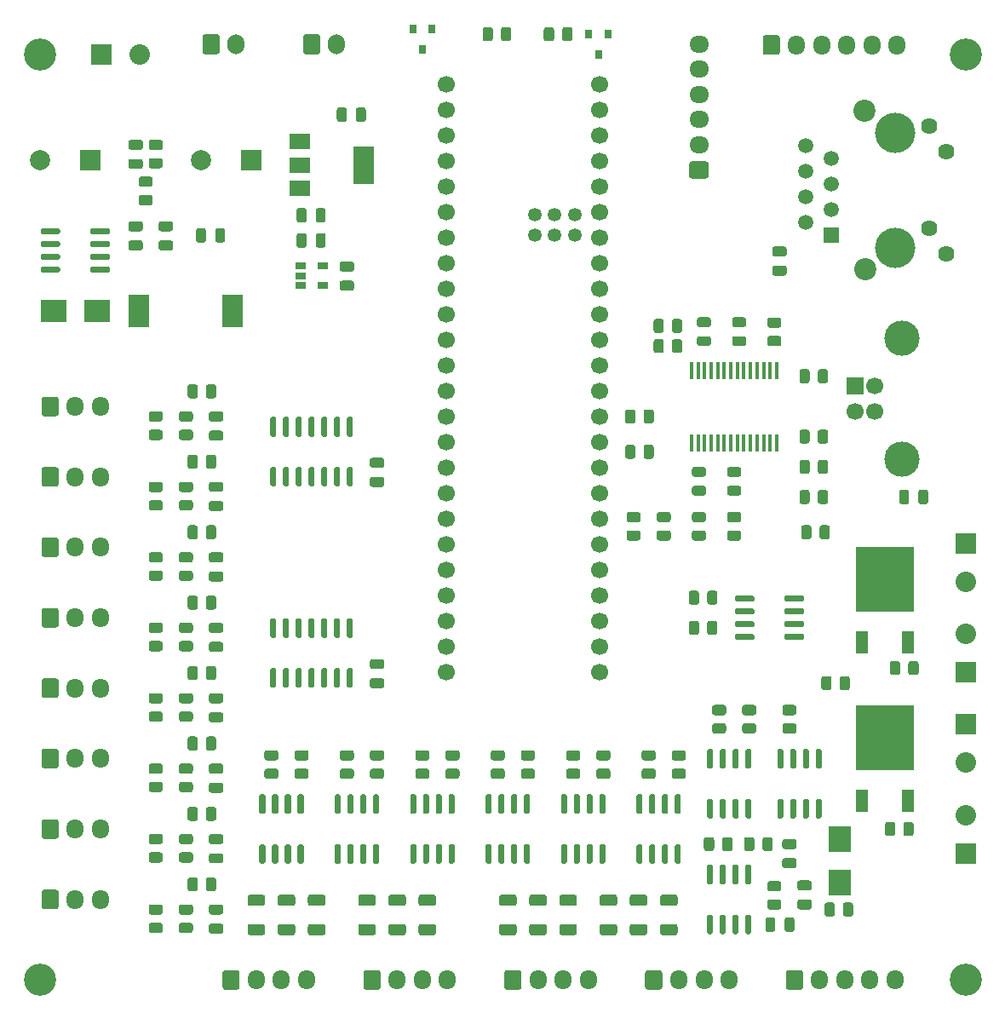
<source format=gts>
G04 #@! TF.GenerationSoftware,KiCad,Pcbnew,5.1.10-88a1d61d58~90~ubuntu20.04.1*
G04 #@! TF.CreationDate,2021-11-01T21:41:42-04:00*
G04 #@! TF.ProjectId,control,636f6e74-726f-46c2-9e6b-696361645f70,rev?*
G04 #@! TF.SameCoordinates,Original*
G04 #@! TF.FileFunction,Soldermask,Top*
G04 #@! TF.FilePolarity,Negative*
%FSLAX46Y46*%
G04 Gerber Fmt 4.6, Leading zero omitted, Abs format (unit mm)*
G04 Created by KiCad (PCBNEW 5.1.10-88a1d61d58~90~ubuntu20.04.1) date 2021-11-01 21:41:42*
%MOMM*%
%LPD*%
G01*
G04 APERTURE LIST*
%ADD10C,1.500000*%
%ADD11R,1.500000X1.500000*%
%ADD12C,1.620000*%
%ADD13C,2.200000*%
%ADD14C,4.000000*%
%ADD15O,1.950000X1.700000*%
%ADD16C,1.350000*%
%ADD17C,1.700000*%
%ADD18R,5.800000X6.400000*%
%ADD19R,1.200000X2.200000*%
%ADD20C,2.032000*%
%ADD21R,2.032000X2.032000*%
%ADD22R,2.300000X2.500000*%
%ADD23C,3.200000*%
%ADD24R,0.800000X0.900000*%
%ADD25R,0.450000X1.750000*%
%ADD26R,2.000000X1.500000*%
%ADD27R,2.000000X3.800000*%
%ADD28R,1.060000X0.650000*%
%ADD29R,2.000000X3.200000*%
%ADD30O,1.700000X1.950000*%
%ADD31C,3.500000*%
%ADD32R,1.700000X1.700000*%
%ADD33O,1.700000X2.000000*%
%ADD34R,2.500000X2.300000*%
%ADD35C,2.000000*%
%ADD36R,2.000000X2.000000*%
G04 APERTURE END LIST*
D10*
X100110000Y-33055000D03*
X100110000Y-35595000D03*
X100110000Y-38135000D03*
X100110000Y-40675000D03*
X102650000Y-34325000D03*
X102650000Y-36865000D03*
X102650000Y-39405000D03*
D11*
X102650000Y-41945000D03*
D12*
X114080000Y-43825000D03*
X112380000Y-31175000D03*
X114080000Y-33715000D03*
X112380000Y-41285000D03*
D13*
X106000000Y-45375000D03*
X105950000Y-29625000D03*
D14*
X109000000Y-31785000D03*
X109000000Y-43215000D03*
G36*
G01*
X97450001Y-51187500D02*
X96549999Y-51187500D01*
G75*
G02*
X96300000Y-50937501I0J249999D01*
G01*
X96300000Y-50412499D01*
G75*
G02*
X96549999Y-50162500I249999J0D01*
G01*
X97450001Y-50162500D01*
G75*
G02*
X97700000Y-50412499I0J-249999D01*
G01*
X97700000Y-50937501D01*
G75*
G02*
X97450001Y-51187500I-249999J0D01*
G01*
G37*
G36*
G01*
X97450001Y-53012500D02*
X96549999Y-53012500D01*
G75*
G02*
X96300000Y-52762501I0J249999D01*
G01*
X96300000Y-52237499D01*
G75*
G02*
X96549999Y-51987500I249999J0D01*
G01*
X97450001Y-51987500D01*
G75*
G02*
X97700000Y-52237499I0J-249999D01*
G01*
X97700000Y-52762501D01*
G75*
G02*
X97450001Y-53012500I-249999J0D01*
G01*
G37*
G36*
G01*
X83450001Y-70512500D02*
X82549999Y-70512500D01*
G75*
G02*
X82300000Y-70262501I0J249999D01*
G01*
X82300000Y-69737499D01*
G75*
G02*
X82549999Y-69487500I249999J0D01*
G01*
X83450001Y-69487500D01*
G75*
G02*
X83700000Y-69737499I0J-249999D01*
G01*
X83700000Y-70262501D01*
G75*
G02*
X83450001Y-70512500I-249999J0D01*
G01*
G37*
G36*
G01*
X83450001Y-72337500D02*
X82549999Y-72337500D01*
G75*
G02*
X82300000Y-72087501I0J249999D01*
G01*
X82300000Y-71562499D01*
G75*
G02*
X82549999Y-71312500I249999J0D01*
G01*
X83450001Y-71312500D01*
G75*
G02*
X83700000Y-71562499I0J-249999D01*
G01*
X83700000Y-72087501D01*
G75*
G02*
X83450001Y-72337500I-249999J0D01*
G01*
G37*
G36*
G01*
X83987500Y-63950001D02*
X83987500Y-63049999D01*
G75*
G02*
X84237499Y-62800000I249999J0D01*
G01*
X84762501Y-62800000D01*
G75*
G02*
X85012500Y-63049999I0J-249999D01*
G01*
X85012500Y-63950001D01*
G75*
G02*
X84762501Y-64200000I-249999J0D01*
G01*
X84237499Y-64200000D01*
G75*
G02*
X83987500Y-63950001I0J249999D01*
G01*
G37*
G36*
G01*
X82162500Y-63950001D02*
X82162500Y-63049999D01*
G75*
G02*
X82412499Y-62800000I249999J0D01*
G01*
X82937501Y-62800000D01*
G75*
G02*
X83187500Y-63049999I0J-249999D01*
G01*
X83187500Y-63950001D01*
G75*
G02*
X82937501Y-64200000I-249999J0D01*
G01*
X82412499Y-64200000D01*
G75*
G02*
X82162500Y-63950001I0J249999D01*
G01*
G37*
G36*
G01*
X83987500Y-60450001D02*
X83987500Y-59549999D01*
G75*
G02*
X84237499Y-59300000I249999J0D01*
G01*
X84762501Y-59300000D01*
G75*
G02*
X85012500Y-59549999I0J-249999D01*
G01*
X85012500Y-60450001D01*
G75*
G02*
X84762501Y-60700000I-249999J0D01*
G01*
X84237499Y-60700000D01*
G75*
G02*
X83987500Y-60450001I0J249999D01*
G01*
G37*
G36*
G01*
X82162500Y-60450001D02*
X82162500Y-59549999D01*
G75*
G02*
X82412499Y-59300000I249999J0D01*
G01*
X82937501Y-59300000D01*
G75*
G02*
X83187500Y-59549999I0J-249999D01*
G01*
X83187500Y-60450001D01*
G75*
G02*
X82937501Y-60700000I-249999J0D01*
G01*
X82412499Y-60700000D01*
G75*
G02*
X82162500Y-60450001I0J249999D01*
G01*
G37*
G36*
G01*
X86450001Y-70512500D02*
X85549999Y-70512500D01*
G75*
G02*
X85300000Y-70262501I0J249999D01*
G01*
X85300000Y-69737499D01*
G75*
G02*
X85549999Y-69487500I249999J0D01*
G01*
X86450001Y-69487500D01*
G75*
G02*
X86700000Y-69737499I0J-249999D01*
G01*
X86700000Y-70262501D01*
G75*
G02*
X86450001Y-70512500I-249999J0D01*
G01*
G37*
G36*
G01*
X86450001Y-72337500D02*
X85549999Y-72337500D01*
G75*
G02*
X85300000Y-72087501I0J249999D01*
G01*
X85300000Y-71562499D01*
G75*
G02*
X85549999Y-71312500I249999J0D01*
G01*
X86450001Y-71312500D01*
G75*
G02*
X86700000Y-71562499I0J-249999D01*
G01*
X86700000Y-72087501D01*
G75*
G02*
X86450001Y-72337500I-249999J0D01*
G01*
G37*
G36*
G01*
X101312500Y-68450001D02*
X101312500Y-67549999D01*
G75*
G02*
X101562499Y-67300000I249999J0D01*
G01*
X102087501Y-67300000D01*
G75*
G02*
X102337500Y-67549999I0J-249999D01*
G01*
X102337500Y-68450001D01*
G75*
G02*
X102087501Y-68700000I-249999J0D01*
G01*
X101562499Y-68700000D01*
G75*
G02*
X101312500Y-68450001I0J249999D01*
G01*
G37*
G36*
G01*
X99487500Y-68450001D02*
X99487500Y-67549999D01*
G75*
G02*
X99737499Y-67300000I249999J0D01*
G01*
X100262501Y-67300000D01*
G75*
G02*
X100512500Y-67549999I0J-249999D01*
G01*
X100512500Y-68450001D01*
G75*
G02*
X100262501Y-68700000I-249999J0D01*
G01*
X99737499Y-68700000D01*
G75*
G02*
X99487500Y-68450001I0J249999D01*
G01*
G37*
D15*
X89500000Y-23000000D03*
X89500000Y-25500000D03*
X89500000Y-28000000D03*
X89500000Y-30500000D03*
X89500000Y-33000000D03*
G36*
G01*
X90225000Y-36350000D02*
X88775000Y-36350000D01*
G75*
G02*
X88525000Y-36100000I0J250000D01*
G01*
X88525000Y-34900000D01*
G75*
G02*
X88775000Y-34650000I250000J0D01*
G01*
X90225000Y-34650000D01*
G75*
G02*
X90475000Y-34900000I0J-250000D01*
G01*
X90475000Y-36100000D01*
G75*
G02*
X90225000Y-36350000I-250000J0D01*
G01*
G37*
D16*
X73170000Y-41970000D03*
X75170000Y-41970000D03*
X77170000Y-41970000D03*
X73170000Y-39970000D03*
X75170000Y-39970000D03*
X77170000Y-39970000D03*
D17*
X79620000Y-27000000D03*
X79620000Y-29540000D03*
X79620000Y-32080000D03*
X79620000Y-34620000D03*
X79620000Y-37160000D03*
X79620000Y-39700000D03*
X79620000Y-42240000D03*
X79620000Y-44780000D03*
X79620000Y-47320000D03*
X79620000Y-49860000D03*
X79620000Y-52400000D03*
X79620000Y-54940000D03*
X79620000Y-57480000D03*
X79620000Y-60020000D03*
X79620000Y-62560000D03*
X79620000Y-65100000D03*
X79620000Y-67640000D03*
X79620000Y-70180000D03*
X79620000Y-72720000D03*
X79620000Y-75260000D03*
X79620000Y-77800000D03*
X79620000Y-80340000D03*
X79620000Y-82880000D03*
X79620000Y-85420000D03*
X64380000Y-85420000D03*
X64380000Y-82880000D03*
X64380000Y-80340000D03*
X64380000Y-77800000D03*
X64380000Y-75260000D03*
X64380000Y-72720000D03*
X64380000Y-70180000D03*
X64380000Y-67640000D03*
X64380000Y-65100000D03*
X64380000Y-62560000D03*
X64380000Y-60020000D03*
X64380000Y-57480000D03*
X64380000Y-54940000D03*
X64380000Y-52400000D03*
X64380000Y-49860000D03*
X64380000Y-47320000D03*
X64380000Y-44780000D03*
X64380000Y-42240000D03*
X64380000Y-39700000D03*
X64380000Y-37160000D03*
X64380000Y-34620000D03*
X64380000Y-32080000D03*
X64380000Y-29540000D03*
X64380000Y-27000000D03*
G36*
G01*
X81125001Y-108637500D02*
X79874999Y-108637500D01*
G75*
G02*
X79625000Y-108387501I0J249999D01*
G01*
X79625000Y-107762499D01*
G75*
G02*
X79874999Y-107512500I249999J0D01*
G01*
X81125001Y-107512500D01*
G75*
G02*
X81375000Y-107762499I0J-249999D01*
G01*
X81375000Y-108387501D01*
G75*
G02*
X81125001Y-108637500I-249999J0D01*
G01*
G37*
G36*
G01*
X81125001Y-111562500D02*
X79874999Y-111562500D01*
G75*
G02*
X79625000Y-111312501I0J249999D01*
G01*
X79625000Y-110687499D01*
G75*
G02*
X79874999Y-110437500I249999J0D01*
G01*
X81125001Y-110437500D01*
G75*
G02*
X81375000Y-110687499I0J-249999D01*
G01*
X81375000Y-111312501D01*
G75*
G02*
X81125001Y-111562500I-249999J0D01*
G01*
G37*
G36*
G01*
X54660000Y-85000000D02*
X54960000Y-85000000D01*
G75*
G02*
X55110000Y-85150000I0J-150000D01*
G01*
X55110000Y-86800000D01*
G75*
G02*
X54960000Y-86950000I-150000J0D01*
G01*
X54660000Y-86950000D01*
G75*
G02*
X54510000Y-86800000I0J150000D01*
G01*
X54510000Y-85150000D01*
G75*
G02*
X54660000Y-85000000I150000J0D01*
G01*
G37*
G36*
G01*
X53390000Y-85000000D02*
X53690000Y-85000000D01*
G75*
G02*
X53840000Y-85150000I0J-150000D01*
G01*
X53840000Y-86800000D01*
G75*
G02*
X53690000Y-86950000I-150000J0D01*
G01*
X53390000Y-86950000D01*
G75*
G02*
X53240000Y-86800000I0J150000D01*
G01*
X53240000Y-85150000D01*
G75*
G02*
X53390000Y-85000000I150000J0D01*
G01*
G37*
G36*
G01*
X52120000Y-85000000D02*
X52420000Y-85000000D01*
G75*
G02*
X52570000Y-85150000I0J-150000D01*
G01*
X52570000Y-86800000D01*
G75*
G02*
X52420000Y-86950000I-150000J0D01*
G01*
X52120000Y-86950000D01*
G75*
G02*
X51970000Y-86800000I0J150000D01*
G01*
X51970000Y-85150000D01*
G75*
G02*
X52120000Y-85000000I150000J0D01*
G01*
G37*
G36*
G01*
X50850000Y-85000000D02*
X51150000Y-85000000D01*
G75*
G02*
X51300000Y-85150000I0J-150000D01*
G01*
X51300000Y-86800000D01*
G75*
G02*
X51150000Y-86950000I-150000J0D01*
G01*
X50850000Y-86950000D01*
G75*
G02*
X50700000Y-86800000I0J150000D01*
G01*
X50700000Y-85150000D01*
G75*
G02*
X50850000Y-85000000I150000J0D01*
G01*
G37*
G36*
G01*
X49580000Y-85000000D02*
X49880000Y-85000000D01*
G75*
G02*
X50030000Y-85150000I0J-150000D01*
G01*
X50030000Y-86800000D01*
G75*
G02*
X49880000Y-86950000I-150000J0D01*
G01*
X49580000Y-86950000D01*
G75*
G02*
X49430000Y-86800000I0J150000D01*
G01*
X49430000Y-85150000D01*
G75*
G02*
X49580000Y-85000000I150000J0D01*
G01*
G37*
G36*
G01*
X48310000Y-85000000D02*
X48610000Y-85000000D01*
G75*
G02*
X48760000Y-85150000I0J-150000D01*
G01*
X48760000Y-86800000D01*
G75*
G02*
X48610000Y-86950000I-150000J0D01*
G01*
X48310000Y-86950000D01*
G75*
G02*
X48160000Y-86800000I0J150000D01*
G01*
X48160000Y-85150000D01*
G75*
G02*
X48310000Y-85000000I150000J0D01*
G01*
G37*
G36*
G01*
X47040000Y-85000000D02*
X47340000Y-85000000D01*
G75*
G02*
X47490000Y-85150000I0J-150000D01*
G01*
X47490000Y-86800000D01*
G75*
G02*
X47340000Y-86950000I-150000J0D01*
G01*
X47040000Y-86950000D01*
G75*
G02*
X46890000Y-86800000I0J150000D01*
G01*
X46890000Y-85150000D01*
G75*
G02*
X47040000Y-85000000I150000J0D01*
G01*
G37*
G36*
G01*
X47040000Y-80050000D02*
X47340000Y-80050000D01*
G75*
G02*
X47490000Y-80200000I0J-150000D01*
G01*
X47490000Y-81850000D01*
G75*
G02*
X47340000Y-82000000I-150000J0D01*
G01*
X47040000Y-82000000D01*
G75*
G02*
X46890000Y-81850000I0J150000D01*
G01*
X46890000Y-80200000D01*
G75*
G02*
X47040000Y-80050000I150000J0D01*
G01*
G37*
G36*
G01*
X48310000Y-80050000D02*
X48610000Y-80050000D01*
G75*
G02*
X48760000Y-80200000I0J-150000D01*
G01*
X48760000Y-81850000D01*
G75*
G02*
X48610000Y-82000000I-150000J0D01*
G01*
X48310000Y-82000000D01*
G75*
G02*
X48160000Y-81850000I0J150000D01*
G01*
X48160000Y-80200000D01*
G75*
G02*
X48310000Y-80050000I150000J0D01*
G01*
G37*
G36*
G01*
X49580000Y-80050000D02*
X49880000Y-80050000D01*
G75*
G02*
X50030000Y-80200000I0J-150000D01*
G01*
X50030000Y-81850000D01*
G75*
G02*
X49880000Y-82000000I-150000J0D01*
G01*
X49580000Y-82000000D01*
G75*
G02*
X49430000Y-81850000I0J150000D01*
G01*
X49430000Y-80200000D01*
G75*
G02*
X49580000Y-80050000I150000J0D01*
G01*
G37*
G36*
G01*
X50850000Y-80050000D02*
X51150000Y-80050000D01*
G75*
G02*
X51300000Y-80200000I0J-150000D01*
G01*
X51300000Y-81850000D01*
G75*
G02*
X51150000Y-82000000I-150000J0D01*
G01*
X50850000Y-82000000D01*
G75*
G02*
X50700000Y-81850000I0J150000D01*
G01*
X50700000Y-80200000D01*
G75*
G02*
X50850000Y-80050000I150000J0D01*
G01*
G37*
G36*
G01*
X52120000Y-80050000D02*
X52420000Y-80050000D01*
G75*
G02*
X52570000Y-80200000I0J-150000D01*
G01*
X52570000Y-81850000D01*
G75*
G02*
X52420000Y-82000000I-150000J0D01*
G01*
X52120000Y-82000000D01*
G75*
G02*
X51970000Y-81850000I0J150000D01*
G01*
X51970000Y-80200000D01*
G75*
G02*
X52120000Y-80050000I150000J0D01*
G01*
G37*
G36*
G01*
X53390000Y-80050000D02*
X53690000Y-80050000D01*
G75*
G02*
X53840000Y-80200000I0J-150000D01*
G01*
X53840000Y-81850000D01*
G75*
G02*
X53690000Y-82000000I-150000J0D01*
G01*
X53390000Y-82000000D01*
G75*
G02*
X53240000Y-81850000I0J150000D01*
G01*
X53240000Y-80200000D01*
G75*
G02*
X53390000Y-80050000I150000J0D01*
G01*
G37*
G36*
G01*
X54660000Y-80050000D02*
X54960000Y-80050000D01*
G75*
G02*
X55110000Y-80200000I0J-150000D01*
G01*
X55110000Y-81850000D01*
G75*
G02*
X54960000Y-82000000I-150000J0D01*
G01*
X54660000Y-82000000D01*
G75*
G02*
X54510000Y-81850000I0J150000D01*
G01*
X54510000Y-80200000D01*
G75*
G02*
X54660000Y-80050000I150000J0D01*
G01*
G37*
G36*
G01*
X54660000Y-65000000D02*
X54960000Y-65000000D01*
G75*
G02*
X55110000Y-65150000I0J-150000D01*
G01*
X55110000Y-66800000D01*
G75*
G02*
X54960000Y-66950000I-150000J0D01*
G01*
X54660000Y-66950000D01*
G75*
G02*
X54510000Y-66800000I0J150000D01*
G01*
X54510000Y-65150000D01*
G75*
G02*
X54660000Y-65000000I150000J0D01*
G01*
G37*
G36*
G01*
X53390000Y-65000000D02*
X53690000Y-65000000D01*
G75*
G02*
X53840000Y-65150000I0J-150000D01*
G01*
X53840000Y-66800000D01*
G75*
G02*
X53690000Y-66950000I-150000J0D01*
G01*
X53390000Y-66950000D01*
G75*
G02*
X53240000Y-66800000I0J150000D01*
G01*
X53240000Y-65150000D01*
G75*
G02*
X53390000Y-65000000I150000J0D01*
G01*
G37*
G36*
G01*
X52120000Y-65000000D02*
X52420000Y-65000000D01*
G75*
G02*
X52570000Y-65150000I0J-150000D01*
G01*
X52570000Y-66800000D01*
G75*
G02*
X52420000Y-66950000I-150000J0D01*
G01*
X52120000Y-66950000D01*
G75*
G02*
X51970000Y-66800000I0J150000D01*
G01*
X51970000Y-65150000D01*
G75*
G02*
X52120000Y-65000000I150000J0D01*
G01*
G37*
G36*
G01*
X50850000Y-65000000D02*
X51150000Y-65000000D01*
G75*
G02*
X51300000Y-65150000I0J-150000D01*
G01*
X51300000Y-66800000D01*
G75*
G02*
X51150000Y-66950000I-150000J0D01*
G01*
X50850000Y-66950000D01*
G75*
G02*
X50700000Y-66800000I0J150000D01*
G01*
X50700000Y-65150000D01*
G75*
G02*
X50850000Y-65000000I150000J0D01*
G01*
G37*
G36*
G01*
X49580000Y-65000000D02*
X49880000Y-65000000D01*
G75*
G02*
X50030000Y-65150000I0J-150000D01*
G01*
X50030000Y-66800000D01*
G75*
G02*
X49880000Y-66950000I-150000J0D01*
G01*
X49580000Y-66950000D01*
G75*
G02*
X49430000Y-66800000I0J150000D01*
G01*
X49430000Y-65150000D01*
G75*
G02*
X49580000Y-65000000I150000J0D01*
G01*
G37*
G36*
G01*
X48310000Y-65000000D02*
X48610000Y-65000000D01*
G75*
G02*
X48760000Y-65150000I0J-150000D01*
G01*
X48760000Y-66800000D01*
G75*
G02*
X48610000Y-66950000I-150000J0D01*
G01*
X48310000Y-66950000D01*
G75*
G02*
X48160000Y-66800000I0J150000D01*
G01*
X48160000Y-65150000D01*
G75*
G02*
X48310000Y-65000000I150000J0D01*
G01*
G37*
G36*
G01*
X47040000Y-65000000D02*
X47340000Y-65000000D01*
G75*
G02*
X47490000Y-65150000I0J-150000D01*
G01*
X47490000Y-66800000D01*
G75*
G02*
X47340000Y-66950000I-150000J0D01*
G01*
X47040000Y-66950000D01*
G75*
G02*
X46890000Y-66800000I0J150000D01*
G01*
X46890000Y-65150000D01*
G75*
G02*
X47040000Y-65000000I150000J0D01*
G01*
G37*
G36*
G01*
X47040000Y-60050000D02*
X47340000Y-60050000D01*
G75*
G02*
X47490000Y-60200000I0J-150000D01*
G01*
X47490000Y-61850000D01*
G75*
G02*
X47340000Y-62000000I-150000J0D01*
G01*
X47040000Y-62000000D01*
G75*
G02*
X46890000Y-61850000I0J150000D01*
G01*
X46890000Y-60200000D01*
G75*
G02*
X47040000Y-60050000I150000J0D01*
G01*
G37*
G36*
G01*
X48310000Y-60050000D02*
X48610000Y-60050000D01*
G75*
G02*
X48760000Y-60200000I0J-150000D01*
G01*
X48760000Y-61850000D01*
G75*
G02*
X48610000Y-62000000I-150000J0D01*
G01*
X48310000Y-62000000D01*
G75*
G02*
X48160000Y-61850000I0J150000D01*
G01*
X48160000Y-60200000D01*
G75*
G02*
X48310000Y-60050000I150000J0D01*
G01*
G37*
G36*
G01*
X49580000Y-60050000D02*
X49880000Y-60050000D01*
G75*
G02*
X50030000Y-60200000I0J-150000D01*
G01*
X50030000Y-61850000D01*
G75*
G02*
X49880000Y-62000000I-150000J0D01*
G01*
X49580000Y-62000000D01*
G75*
G02*
X49430000Y-61850000I0J150000D01*
G01*
X49430000Y-60200000D01*
G75*
G02*
X49580000Y-60050000I150000J0D01*
G01*
G37*
G36*
G01*
X50850000Y-60050000D02*
X51150000Y-60050000D01*
G75*
G02*
X51300000Y-60200000I0J-150000D01*
G01*
X51300000Y-61850000D01*
G75*
G02*
X51150000Y-62000000I-150000J0D01*
G01*
X50850000Y-62000000D01*
G75*
G02*
X50700000Y-61850000I0J150000D01*
G01*
X50700000Y-60200000D01*
G75*
G02*
X50850000Y-60050000I150000J0D01*
G01*
G37*
G36*
G01*
X52120000Y-60050000D02*
X52420000Y-60050000D01*
G75*
G02*
X52570000Y-60200000I0J-150000D01*
G01*
X52570000Y-61850000D01*
G75*
G02*
X52420000Y-62000000I-150000J0D01*
G01*
X52120000Y-62000000D01*
G75*
G02*
X51970000Y-61850000I0J150000D01*
G01*
X51970000Y-60200000D01*
G75*
G02*
X52120000Y-60050000I150000J0D01*
G01*
G37*
G36*
G01*
X53390000Y-60050000D02*
X53690000Y-60050000D01*
G75*
G02*
X53840000Y-60200000I0J-150000D01*
G01*
X53840000Y-61850000D01*
G75*
G02*
X53690000Y-62000000I-150000J0D01*
G01*
X53390000Y-62000000D01*
G75*
G02*
X53240000Y-61850000I0J150000D01*
G01*
X53240000Y-60200000D01*
G75*
G02*
X53390000Y-60050000I150000J0D01*
G01*
G37*
G36*
G01*
X54660000Y-60050000D02*
X54960000Y-60050000D01*
G75*
G02*
X55110000Y-60200000I0J-150000D01*
G01*
X55110000Y-61850000D01*
G75*
G02*
X54960000Y-62000000I-150000J0D01*
G01*
X54660000Y-62000000D01*
G75*
G02*
X54510000Y-61850000I0J150000D01*
G01*
X54510000Y-60200000D01*
G75*
G02*
X54660000Y-60050000I150000J0D01*
G01*
G37*
G36*
G01*
X98000000Y-78245000D02*
X98000000Y-77945000D01*
G75*
G02*
X98150000Y-77795000I150000J0D01*
G01*
X99800000Y-77795000D01*
G75*
G02*
X99950000Y-77945000I0J-150000D01*
G01*
X99950000Y-78245000D01*
G75*
G02*
X99800000Y-78395000I-150000J0D01*
G01*
X98150000Y-78395000D01*
G75*
G02*
X98000000Y-78245000I0J150000D01*
G01*
G37*
G36*
G01*
X98000000Y-79515000D02*
X98000000Y-79215000D01*
G75*
G02*
X98150000Y-79065000I150000J0D01*
G01*
X99800000Y-79065000D01*
G75*
G02*
X99950000Y-79215000I0J-150000D01*
G01*
X99950000Y-79515000D01*
G75*
G02*
X99800000Y-79665000I-150000J0D01*
G01*
X98150000Y-79665000D01*
G75*
G02*
X98000000Y-79515000I0J150000D01*
G01*
G37*
G36*
G01*
X98000000Y-80785000D02*
X98000000Y-80485000D01*
G75*
G02*
X98150000Y-80335000I150000J0D01*
G01*
X99800000Y-80335000D01*
G75*
G02*
X99950000Y-80485000I0J-150000D01*
G01*
X99950000Y-80785000D01*
G75*
G02*
X99800000Y-80935000I-150000J0D01*
G01*
X98150000Y-80935000D01*
G75*
G02*
X98000000Y-80785000I0J150000D01*
G01*
G37*
G36*
G01*
X98000000Y-82055000D02*
X98000000Y-81755000D01*
G75*
G02*
X98150000Y-81605000I150000J0D01*
G01*
X99800000Y-81605000D01*
G75*
G02*
X99950000Y-81755000I0J-150000D01*
G01*
X99950000Y-82055000D01*
G75*
G02*
X99800000Y-82205000I-150000J0D01*
G01*
X98150000Y-82205000D01*
G75*
G02*
X98000000Y-82055000I0J150000D01*
G01*
G37*
G36*
G01*
X93050000Y-82055000D02*
X93050000Y-81755000D01*
G75*
G02*
X93200000Y-81605000I150000J0D01*
G01*
X94850000Y-81605000D01*
G75*
G02*
X95000000Y-81755000I0J-150000D01*
G01*
X95000000Y-82055000D01*
G75*
G02*
X94850000Y-82205000I-150000J0D01*
G01*
X93200000Y-82205000D01*
G75*
G02*
X93050000Y-82055000I0J150000D01*
G01*
G37*
G36*
G01*
X93050000Y-80785000D02*
X93050000Y-80485000D01*
G75*
G02*
X93200000Y-80335000I150000J0D01*
G01*
X94850000Y-80335000D01*
G75*
G02*
X95000000Y-80485000I0J-150000D01*
G01*
X95000000Y-80785000D01*
G75*
G02*
X94850000Y-80935000I-150000J0D01*
G01*
X93200000Y-80935000D01*
G75*
G02*
X93050000Y-80785000I0J150000D01*
G01*
G37*
G36*
G01*
X93050000Y-79515000D02*
X93050000Y-79215000D01*
G75*
G02*
X93200000Y-79065000I150000J0D01*
G01*
X94850000Y-79065000D01*
G75*
G02*
X95000000Y-79215000I0J-150000D01*
G01*
X95000000Y-79515000D01*
G75*
G02*
X94850000Y-79665000I-150000J0D01*
G01*
X93200000Y-79665000D01*
G75*
G02*
X93050000Y-79515000I0J150000D01*
G01*
G37*
G36*
G01*
X93050000Y-78245000D02*
X93050000Y-77945000D01*
G75*
G02*
X93200000Y-77795000I150000J0D01*
G01*
X94850000Y-77795000D01*
G75*
G02*
X95000000Y-77945000I0J-150000D01*
G01*
X95000000Y-78245000D01*
G75*
G02*
X94850000Y-78395000I-150000J0D01*
G01*
X93200000Y-78395000D01*
G75*
G02*
X93050000Y-78245000I0J150000D01*
G01*
G37*
G36*
G01*
X94255000Y-98000000D02*
X94555000Y-98000000D01*
G75*
G02*
X94705000Y-98150000I0J-150000D01*
G01*
X94705000Y-99800000D01*
G75*
G02*
X94555000Y-99950000I-150000J0D01*
G01*
X94255000Y-99950000D01*
G75*
G02*
X94105000Y-99800000I0J150000D01*
G01*
X94105000Y-98150000D01*
G75*
G02*
X94255000Y-98000000I150000J0D01*
G01*
G37*
G36*
G01*
X92985000Y-98000000D02*
X93285000Y-98000000D01*
G75*
G02*
X93435000Y-98150000I0J-150000D01*
G01*
X93435000Y-99800000D01*
G75*
G02*
X93285000Y-99950000I-150000J0D01*
G01*
X92985000Y-99950000D01*
G75*
G02*
X92835000Y-99800000I0J150000D01*
G01*
X92835000Y-98150000D01*
G75*
G02*
X92985000Y-98000000I150000J0D01*
G01*
G37*
G36*
G01*
X91715000Y-98000000D02*
X92015000Y-98000000D01*
G75*
G02*
X92165000Y-98150000I0J-150000D01*
G01*
X92165000Y-99800000D01*
G75*
G02*
X92015000Y-99950000I-150000J0D01*
G01*
X91715000Y-99950000D01*
G75*
G02*
X91565000Y-99800000I0J150000D01*
G01*
X91565000Y-98150000D01*
G75*
G02*
X91715000Y-98000000I150000J0D01*
G01*
G37*
G36*
G01*
X90445000Y-98000000D02*
X90745000Y-98000000D01*
G75*
G02*
X90895000Y-98150000I0J-150000D01*
G01*
X90895000Y-99800000D01*
G75*
G02*
X90745000Y-99950000I-150000J0D01*
G01*
X90445000Y-99950000D01*
G75*
G02*
X90295000Y-99800000I0J150000D01*
G01*
X90295000Y-98150000D01*
G75*
G02*
X90445000Y-98000000I150000J0D01*
G01*
G37*
G36*
G01*
X90445000Y-93050000D02*
X90745000Y-93050000D01*
G75*
G02*
X90895000Y-93200000I0J-150000D01*
G01*
X90895000Y-94850000D01*
G75*
G02*
X90745000Y-95000000I-150000J0D01*
G01*
X90445000Y-95000000D01*
G75*
G02*
X90295000Y-94850000I0J150000D01*
G01*
X90295000Y-93200000D01*
G75*
G02*
X90445000Y-93050000I150000J0D01*
G01*
G37*
G36*
G01*
X91715000Y-93050000D02*
X92015000Y-93050000D01*
G75*
G02*
X92165000Y-93200000I0J-150000D01*
G01*
X92165000Y-94850000D01*
G75*
G02*
X92015000Y-95000000I-150000J0D01*
G01*
X91715000Y-95000000D01*
G75*
G02*
X91565000Y-94850000I0J150000D01*
G01*
X91565000Y-93200000D01*
G75*
G02*
X91715000Y-93050000I150000J0D01*
G01*
G37*
G36*
G01*
X92985000Y-93050000D02*
X93285000Y-93050000D01*
G75*
G02*
X93435000Y-93200000I0J-150000D01*
G01*
X93435000Y-94850000D01*
G75*
G02*
X93285000Y-95000000I-150000J0D01*
G01*
X92985000Y-95000000D01*
G75*
G02*
X92835000Y-94850000I0J150000D01*
G01*
X92835000Y-93200000D01*
G75*
G02*
X92985000Y-93050000I150000J0D01*
G01*
G37*
G36*
G01*
X94255000Y-93050000D02*
X94555000Y-93050000D01*
G75*
G02*
X94705000Y-93200000I0J-150000D01*
G01*
X94705000Y-94850000D01*
G75*
G02*
X94555000Y-95000000I-150000J0D01*
G01*
X94255000Y-95000000D01*
G75*
G02*
X94105000Y-94850000I0J150000D01*
G01*
X94105000Y-93200000D01*
G75*
G02*
X94255000Y-93050000I150000J0D01*
G01*
G37*
G36*
G01*
X97745000Y-95000000D02*
X97445000Y-95000000D01*
G75*
G02*
X97295000Y-94850000I0J150000D01*
G01*
X97295000Y-93200000D01*
G75*
G02*
X97445000Y-93050000I150000J0D01*
G01*
X97745000Y-93050000D01*
G75*
G02*
X97895000Y-93200000I0J-150000D01*
G01*
X97895000Y-94850000D01*
G75*
G02*
X97745000Y-95000000I-150000J0D01*
G01*
G37*
G36*
G01*
X99015000Y-95000000D02*
X98715000Y-95000000D01*
G75*
G02*
X98565000Y-94850000I0J150000D01*
G01*
X98565000Y-93200000D01*
G75*
G02*
X98715000Y-93050000I150000J0D01*
G01*
X99015000Y-93050000D01*
G75*
G02*
X99165000Y-93200000I0J-150000D01*
G01*
X99165000Y-94850000D01*
G75*
G02*
X99015000Y-95000000I-150000J0D01*
G01*
G37*
G36*
G01*
X100285000Y-95000000D02*
X99985000Y-95000000D01*
G75*
G02*
X99835000Y-94850000I0J150000D01*
G01*
X99835000Y-93200000D01*
G75*
G02*
X99985000Y-93050000I150000J0D01*
G01*
X100285000Y-93050000D01*
G75*
G02*
X100435000Y-93200000I0J-150000D01*
G01*
X100435000Y-94850000D01*
G75*
G02*
X100285000Y-95000000I-150000J0D01*
G01*
G37*
G36*
G01*
X101555000Y-95000000D02*
X101255000Y-95000000D01*
G75*
G02*
X101105000Y-94850000I0J150000D01*
G01*
X101105000Y-93200000D01*
G75*
G02*
X101255000Y-93050000I150000J0D01*
G01*
X101555000Y-93050000D01*
G75*
G02*
X101705000Y-93200000I0J-150000D01*
G01*
X101705000Y-94850000D01*
G75*
G02*
X101555000Y-95000000I-150000J0D01*
G01*
G37*
G36*
G01*
X101555000Y-99950000D02*
X101255000Y-99950000D01*
G75*
G02*
X101105000Y-99800000I0J150000D01*
G01*
X101105000Y-98150000D01*
G75*
G02*
X101255000Y-98000000I150000J0D01*
G01*
X101555000Y-98000000D01*
G75*
G02*
X101705000Y-98150000I0J-150000D01*
G01*
X101705000Y-99800000D01*
G75*
G02*
X101555000Y-99950000I-150000J0D01*
G01*
G37*
G36*
G01*
X100285000Y-99950000D02*
X99985000Y-99950000D01*
G75*
G02*
X99835000Y-99800000I0J150000D01*
G01*
X99835000Y-98150000D01*
G75*
G02*
X99985000Y-98000000I150000J0D01*
G01*
X100285000Y-98000000D01*
G75*
G02*
X100435000Y-98150000I0J-150000D01*
G01*
X100435000Y-99800000D01*
G75*
G02*
X100285000Y-99950000I-150000J0D01*
G01*
G37*
G36*
G01*
X99015000Y-99950000D02*
X98715000Y-99950000D01*
G75*
G02*
X98565000Y-99800000I0J150000D01*
G01*
X98565000Y-98150000D01*
G75*
G02*
X98715000Y-98000000I150000J0D01*
G01*
X99015000Y-98000000D01*
G75*
G02*
X99165000Y-98150000I0J-150000D01*
G01*
X99165000Y-99800000D01*
G75*
G02*
X99015000Y-99950000I-150000J0D01*
G01*
G37*
G36*
G01*
X97745000Y-99950000D02*
X97445000Y-99950000D01*
G75*
G02*
X97295000Y-99800000I0J150000D01*
G01*
X97295000Y-98150000D01*
G75*
G02*
X97445000Y-98000000I150000J0D01*
G01*
X97745000Y-98000000D01*
G75*
G02*
X97895000Y-98150000I0J-150000D01*
G01*
X97895000Y-99800000D01*
G75*
G02*
X97745000Y-99950000I-150000J0D01*
G01*
G37*
G36*
G01*
X109012500Y-100549999D02*
X109012500Y-101450001D01*
G75*
G02*
X108762501Y-101700000I-249999J0D01*
G01*
X108237499Y-101700000D01*
G75*
G02*
X107987500Y-101450001I0J249999D01*
G01*
X107987500Y-100549999D01*
G75*
G02*
X108237499Y-100300000I249999J0D01*
G01*
X108762501Y-100300000D01*
G75*
G02*
X109012500Y-100549999I0J-249999D01*
G01*
G37*
G36*
G01*
X110837500Y-100549999D02*
X110837500Y-101450001D01*
G75*
G02*
X110587501Y-101700000I-249999J0D01*
G01*
X110062499Y-101700000D01*
G75*
G02*
X109812500Y-101450001I0J249999D01*
G01*
X109812500Y-100549999D01*
G75*
G02*
X110062499Y-100300000I249999J0D01*
G01*
X110587501Y-100300000D01*
G75*
G02*
X110837500Y-100549999I0J-249999D01*
G01*
G37*
G36*
G01*
X103487500Y-86950001D02*
X103487500Y-86049999D01*
G75*
G02*
X103737499Y-85800000I249999J0D01*
G01*
X104262501Y-85800000D01*
G75*
G02*
X104512500Y-86049999I0J-249999D01*
G01*
X104512500Y-86950001D01*
G75*
G02*
X104262501Y-87200000I-249999J0D01*
G01*
X103737499Y-87200000D01*
G75*
G02*
X103487500Y-86950001I0J249999D01*
G01*
G37*
G36*
G01*
X101662500Y-86950001D02*
X101662500Y-86049999D01*
G75*
G02*
X101912499Y-85800000I249999J0D01*
G01*
X102437501Y-85800000D01*
G75*
G02*
X102687500Y-86049999I0J-249999D01*
G01*
X102687500Y-86950001D01*
G75*
G02*
X102437501Y-87200000I-249999J0D01*
G01*
X101912499Y-87200000D01*
G75*
G02*
X101662500Y-86950001I0J249999D01*
G01*
G37*
G36*
G01*
X89512500Y-80549999D02*
X89512500Y-81450001D01*
G75*
G02*
X89262501Y-81700000I-249999J0D01*
G01*
X88737499Y-81700000D01*
G75*
G02*
X88487500Y-81450001I0J249999D01*
G01*
X88487500Y-80549999D01*
G75*
G02*
X88737499Y-80300000I249999J0D01*
G01*
X89262501Y-80300000D01*
G75*
G02*
X89512500Y-80549999I0J-249999D01*
G01*
G37*
G36*
G01*
X91337500Y-80549999D02*
X91337500Y-81450001D01*
G75*
G02*
X91087501Y-81700000I-249999J0D01*
G01*
X90562499Y-81700000D01*
G75*
G02*
X90312500Y-81450001I0J249999D01*
G01*
X90312500Y-80549999D01*
G75*
G02*
X90562499Y-80300000I249999J0D01*
G01*
X91087501Y-80300000D01*
G75*
G02*
X91337500Y-80549999I0J-249999D01*
G01*
G37*
G36*
G01*
X91950001Y-89687500D02*
X91049999Y-89687500D01*
G75*
G02*
X90800000Y-89437501I0J249999D01*
G01*
X90800000Y-88912499D01*
G75*
G02*
X91049999Y-88662500I249999J0D01*
G01*
X91950001Y-88662500D01*
G75*
G02*
X92200000Y-88912499I0J-249999D01*
G01*
X92200000Y-89437501D01*
G75*
G02*
X91950001Y-89687500I-249999J0D01*
G01*
G37*
G36*
G01*
X91950001Y-91512500D02*
X91049999Y-91512500D01*
G75*
G02*
X90800000Y-91262501I0J249999D01*
G01*
X90800000Y-90737499D01*
G75*
G02*
X91049999Y-90487500I249999J0D01*
G01*
X91950001Y-90487500D01*
G75*
G02*
X92200000Y-90737499I0J-249999D01*
G01*
X92200000Y-91262501D01*
G75*
G02*
X91950001Y-91512500I-249999J0D01*
G01*
G37*
G36*
G01*
X109512500Y-84549999D02*
X109512500Y-85450001D01*
G75*
G02*
X109262501Y-85700000I-249999J0D01*
G01*
X108737499Y-85700000D01*
G75*
G02*
X108487500Y-85450001I0J249999D01*
G01*
X108487500Y-84549999D01*
G75*
G02*
X108737499Y-84300000I249999J0D01*
G01*
X109262501Y-84300000D01*
G75*
G02*
X109512500Y-84549999I0J-249999D01*
G01*
G37*
G36*
G01*
X111337500Y-84549999D02*
X111337500Y-85450001D01*
G75*
G02*
X111087501Y-85700000I-249999J0D01*
G01*
X110562499Y-85700000D01*
G75*
G02*
X110312500Y-85450001I0J249999D01*
G01*
X110312500Y-84549999D01*
G75*
G02*
X110562499Y-84300000I249999J0D01*
G01*
X111087501Y-84300000D01*
G75*
G02*
X111337500Y-84549999I0J-249999D01*
G01*
G37*
G36*
G01*
X101487500Y-71950001D02*
X101487500Y-71049999D01*
G75*
G02*
X101737499Y-70800000I249999J0D01*
G01*
X102262501Y-70800000D01*
G75*
G02*
X102512500Y-71049999I0J-249999D01*
G01*
X102512500Y-71950001D01*
G75*
G02*
X102262501Y-72200000I-249999J0D01*
G01*
X101737499Y-72200000D01*
G75*
G02*
X101487500Y-71950001I0J249999D01*
G01*
G37*
G36*
G01*
X99662500Y-71950001D02*
X99662500Y-71049999D01*
G75*
G02*
X99912499Y-70800000I249999J0D01*
G01*
X100437501Y-70800000D01*
G75*
G02*
X100687500Y-71049999I0J-249999D01*
G01*
X100687500Y-71950001D01*
G75*
G02*
X100437501Y-72200000I-249999J0D01*
G01*
X99912499Y-72200000D01*
G75*
G02*
X99662500Y-71950001I0J249999D01*
G01*
G37*
G36*
G01*
X94950001Y-89687500D02*
X94049999Y-89687500D01*
G75*
G02*
X93800000Y-89437501I0J249999D01*
G01*
X93800000Y-88912499D01*
G75*
G02*
X94049999Y-88662500I249999J0D01*
G01*
X94950001Y-88662500D01*
G75*
G02*
X95200000Y-88912499I0J-249999D01*
G01*
X95200000Y-89437501D01*
G75*
G02*
X94950001Y-89687500I-249999J0D01*
G01*
G37*
G36*
G01*
X94950001Y-91512500D02*
X94049999Y-91512500D01*
G75*
G02*
X93800000Y-91262501I0J249999D01*
G01*
X93800000Y-90737499D01*
G75*
G02*
X94049999Y-90487500I249999J0D01*
G01*
X94950001Y-90487500D01*
G75*
G02*
X95200000Y-90737499I0J-249999D01*
G01*
X95200000Y-91262501D01*
G75*
G02*
X94950001Y-91512500I-249999J0D01*
G01*
G37*
G36*
G01*
X98950001Y-89687500D02*
X98049999Y-89687500D01*
G75*
G02*
X97800000Y-89437501I0J249999D01*
G01*
X97800000Y-88912499D01*
G75*
G02*
X98049999Y-88662500I249999J0D01*
G01*
X98950001Y-88662500D01*
G75*
G02*
X99200000Y-88912499I0J-249999D01*
G01*
X99200000Y-89437501D01*
G75*
G02*
X98950001Y-89687500I-249999J0D01*
G01*
G37*
G36*
G01*
X98950001Y-91512500D02*
X98049999Y-91512500D01*
G75*
G02*
X97800000Y-91262501I0J249999D01*
G01*
X97800000Y-90737499D01*
G75*
G02*
X98049999Y-90487500I249999J0D01*
G01*
X98950001Y-90487500D01*
G75*
G02*
X99200000Y-90737499I0J-249999D01*
G01*
X99200000Y-91262501D01*
G75*
G02*
X98950001Y-91512500I-249999J0D01*
G01*
G37*
G36*
G01*
X89512500Y-77549999D02*
X89512500Y-78450001D01*
G75*
G02*
X89262501Y-78700000I-249999J0D01*
G01*
X88737499Y-78700000D01*
G75*
G02*
X88487500Y-78450001I0J249999D01*
G01*
X88487500Y-77549999D01*
G75*
G02*
X88737499Y-77300000I249999J0D01*
G01*
X89262501Y-77300000D01*
G75*
G02*
X89512500Y-77549999I0J-249999D01*
G01*
G37*
G36*
G01*
X91337500Y-77549999D02*
X91337500Y-78450001D01*
G75*
G02*
X91087501Y-78700000I-249999J0D01*
G01*
X90562499Y-78700000D01*
G75*
G02*
X90312500Y-78450001I0J249999D01*
G01*
X90312500Y-77549999D01*
G75*
G02*
X90562499Y-77300000I249999J0D01*
G01*
X91087501Y-77300000D01*
G75*
G02*
X91337500Y-77549999I0J-249999D01*
G01*
G37*
D18*
X108000000Y-91900000D03*
D19*
X110280000Y-98200000D03*
X105720000Y-98200000D03*
D18*
X108000000Y-76175000D03*
D19*
X110280000Y-82475000D03*
X105720000Y-82475000D03*
D20*
X116000000Y-94405000D03*
D21*
X116000000Y-90595000D03*
D20*
X116000000Y-99595000D03*
D21*
X116000000Y-103405000D03*
D20*
X116000000Y-76405000D03*
D21*
X116000000Y-72595000D03*
D20*
X116000000Y-81595000D03*
D21*
X116000000Y-85405000D03*
G36*
G01*
X98000000Y-110975000D02*
X98000000Y-110025000D01*
G75*
G02*
X98250000Y-109775000I250000J0D01*
G01*
X98750000Y-109775000D01*
G75*
G02*
X99000000Y-110025000I0J-250000D01*
G01*
X99000000Y-110975000D01*
G75*
G02*
X98750000Y-111225000I-250000J0D01*
G01*
X98250000Y-111225000D01*
G75*
G02*
X98000000Y-110975000I0J250000D01*
G01*
G37*
G36*
G01*
X96100000Y-110975000D02*
X96100000Y-110025000D01*
G75*
G02*
X96350000Y-109775000I250000J0D01*
G01*
X96850000Y-109775000D01*
G75*
G02*
X97100000Y-110025000I0J-250000D01*
G01*
X97100000Y-110975000D01*
G75*
G02*
X96850000Y-111225000I-250000J0D01*
G01*
X96350000Y-111225000D01*
G75*
G02*
X96100000Y-110975000I0J250000D01*
G01*
G37*
G36*
G01*
X94255000Y-109500000D02*
X94555000Y-109500000D01*
G75*
G02*
X94705000Y-109650000I0J-150000D01*
G01*
X94705000Y-111300000D01*
G75*
G02*
X94555000Y-111450000I-150000J0D01*
G01*
X94255000Y-111450000D01*
G75*
G02*
X94105000Y-111300000I0J150000D01*
G01*
X94105000Y-109650000D01*
G75*
G02*
X94255000Y-109500000I150000J0D01*
G01*
G37*
G36*
G01*
X92985000Y-109500000D02*
X93285000Y-109500000D01*
G75*
G02*
X93435000Y-109650000I0J-150000D01*
G01*
X93435000Y-111300000D01*
G75*
G02*
X93285000Y-111450000I-150000J0D01*
G01*
X92985000Y-111450000D01*
G75*
G02*
X92835000Y-111300000I0J150000D01*
G01*
X92835000Y-109650000D01*
G75*
G02*
X92985000Y-109500000I150000J0D01*
G01*
G37*
G36*
G01*
X91715000Y-109500000D02*
X92015000Y-109500000D01*
G75*
G02*
X92165000Y-109650000I0J-150000D01*
G01*
X92165000Y-111300000D01*
G75*
G02*
X92015000Y-111450000I-150000J0D01*
G01*
X91715000Y-111450000D01*
G75*
G02*
X91565000Y-111300000I0J150000D01*
G01*
X91565000Y-109650000D01*
G75*
G02*
X91715000Y-109500000I150000J0D01*
G01*
G37*
G36*
G01*
X90445000Y-109500000D02*
X90745000Y-109500000D01*
G75*
G02*
X90895000Y-109650000I0J-150000D01*
G01*
X90895000Y-111300000D01*
G75*
G02*
X90745000Y-111450000I-150000J0D01*
G01*
X90445000Y-111450000D01*
G75*
G02*
X90295000Y-111300000I0J150000D01*
G01*
X90295000Y-109650000D01*
G75*
G02*
X90445000Y-109500000I150000J0D01*
G01*
G37*
G36*
G01*
X90445000Y-104550000D02*
X90745000Y-104550000D01*
G75*
G02*
X90895000Y-104700000I0J-150000D01*
G01*
X90895000Y-106350000D01*
G75*
G02*
X90745000Y-106500000I-150000J0D01*
G01*
X90445000Y-106500000D01*
G75*
G02*
X90295000Y-106350000I0J150000D01*
G01*
X90295000Y-104700000D01*
G75*
G02*
X90445000Y-104550000I150000J0D01*
G01*
G37*
G36*
G01*
X91715000Y-104550000D02*
X92015000Y-104550000D01*
G75*
G02*
X92165000Y-104700000I0J-150000D01*
G01*
X92165000Y-106350000D01*
G75*
G02*
X92015000Y-106500000I-150000J0D01*
G01*
X91715000Y-106500000D01*
G75*
G02*
X91565000Y-106350000I0J150000D01*
G01*
X91565000Y-104700000D01*
G75*
G02*
X91715000Y-104550000I150000J0D01*
G01*
G37*
G36*
G01*
X92985000Y-104550000D02*
X93285000Y-104550000D01*
G75*
G02*
X93435000Y-104700000I0J-150000D01*
G01*
X93435000Y-106350000D01*
G75*
G02*
X93285000Y-106500000I-150000J0D01*
G01*
X92985000Y-106500000D01*
G75*
G02*
X92835000Y-106350000I0J150000D01*
G01*
X92835000Y-104700000D01*
G75*
G02*
X92985000Y-104550000I150000J0D01*
G01*
G37*
G36*
G01*
X94255000Y-104550000D02*
X94555000Y-104550000D01*
G75*
G02*
X94705000Y-104700000I0J-150000D01*
G01*
X94705000Y-106350000D01*
G75*
G02*
X94555000Y-106500000I-150000J0D01*
G01*
X94255000Y-106500000D01*
G75*
G02*
X94105000Y-106350000I0J150000D01*
G01*
X94105000Y-104700000D01*
G75*
G02*
X94255000Y-104550000I150000J0D01*
G01*
G37*
G36*
G01*
X87255000Y-102500000D02*
X87555000Y-102500000D01*
G75*
G02*
X87705000Y-102650000I0J-150000D01*
G01*
X87705000Y-104300000D01*
G75*
G02*
X87555000Y-104450000I-150000J0D01*
G01*
X87255000Y-104450000D01*
G75*
G02*
X87105000Y-104300000I0J150000D01*
G01*
X87105000Y-102650000D01*
G75*
G02*
X87255000Y-102500000I150000J0D01*
G01*
G37*
G36*
G01*
X85985000Y-102500000D02*
X86285000Y-102500000D01*
G75*
G02*
X86435000Y-102650000I0J-150000D01*
G01*
X86435000Y-104300000D01*
G75*
G02*
X86285000Y-104450000I-150000J0D01*
G01*
X85985000Y-104450000D01*
G75*
G02*
X85835000Y-104300000I0J150000D01*
G01*
X85835000Y-102650000D01*
G75*
G02*
X85985000Y-102500000I150000J0D01*
G01*
G37*
G36*
G01*
X84715000Y-102500000D02*
X85015000Y-102500000D01*
G75*
G02*
X85165000Y-102650000I0J-150000D01*
G01*
X85165000Y-104300000D01*
G75*
G02*
X85015000Y-104450000I-150000J0D01*
G01*
X84715000Y-104450000D01*
G75*
G02*
X84565000Y-104300000I0J150000D01*
G01*
X84565000Y-102650000D01*
G75*
G02*
X84715000Y-102500000I150000J0D01*
G01*
G37*
G36*
G01*
X83445000Y-102500000D02*
X83745000Y-102500000D01*
G75*
G02*
X83895000Y-102650000I0J-150000D01*
G01*
X83895000Y-104300000D01*
G75*
G02*
X83745000Y-104450000I-150000J0D01*
G01*
X83445000Y-104450000D01*
G75*
G02*
X83295000Y-104300000I0J150000D01*
G01*
X83295000Y-102650000D01*
G75*
G02*
X83445000Y-102500000I150000J0D01*
G01*
G37*
G36*
G01*
X83445000Y-97550000D02*
X83745000Y-97550000D01*
G75*
G02*
X83895000Y-97700000I0J-150000D01*
G01*
X83895000Y-99350000D01*
G75*
G02*
X83745000Y-99500000I-150000J0D01*
G01*
X83445000Y-99500000D01*
G75*
G02*
X83295000Y-99350000I0J150000D01*
G01*
X83295000Y-97700000D01*
G75*
G02*
X83445000Y-97550000I150000J0D01*
G01*
G37*
G36*
G01*
X84715000Y-97550000D02*
X85015000Y-97550000D01*
G75*
G02*
X85165000Y-97700000I0J-150000D01*
G01*
X85165000Y-99350000D01*
G75*
G02*
X85015000Y-99500000I-150000J0D01*
G01*
X84715000Y-99500000D01*
G75*
G02*
X84565000Y-99350000I0J150000D01*
G01*
X84565000Y-97700000D01*
G75*
G02*
X84715000Y-97550000I150000J0D01*
G01*
G37*
G36*
G01*
X85985000Y-97550000D02*
X86285000Y-97550000D01*
G75*
G02*
X86435000Y-97700000I0J-150000D01*
G01*
X86435000Y-99350000D01*
G75*
G02*
X86285000Y-99500000I-150000J0D01*
G01*
X85985000Y-99500000D01*
G75*
G02*
X85835000Y-99350000I0J150000D01*
G01*
X85835000Y-97700000D01*
G75*
G02*
X85985000Y-97550000I150000J0D01*
G01*
G37*
G36*
G01*
X87255000Y-97550000D02*
X87555000Y-97550000D01*
G75*
G02*
X87705000Y-97700000I0J-150000D01*
G01*
X87705000Y-99350000D01*
G75*
G02*
X87555000Y-99500000I-150000J0D01*
G01*
X87255000Y-99500000D01*
G75*
G02*
X87105000Y-99350000I0J150000D01*
G01*
X87105000Y-97700000D01*
G75*
G02*
X87255000Y-97550000I150000J0D01*
G01*
G37*
G36*
G01*
X79755000Y-102500000D02*
X80055000Y-102500000D01*
G75*
G02*
X80205000Y-102650000I0J-150000D01*
G01*
X80205000Y-104300000D01*
G75*
G02*
X80055000Y-104450000I-150000J0D01*
G01*
X79755000Y-104450000D01*
G75*
G02*
X79605000Y-104300000I0J150000D01*
G01*
X79605000Y-102650000D01*
G75*
G02*
X79755000Y-102500000I150000J0D01*
G01*
G37*
G36*
G01*
X78485000Y-102500000D02*
X78785000Y-102500000D01*
G75*
G02*
X78935000Y-102650000I0J-150000D01*
G01*
X78935000Y-104300000D01*
G75*
G02*
X78785000Y-104450000I-150000J0D01*
G01*
X78485000Y-104450000D01*
G75*
G02*
X78335000Y-104300000I0J150000D01*
G01*
X78335000Y-102650000D01*
G75*
G02*
X78485000Y-102500000I150000J0D01*
G01*
G37*
G36*
G01*
X77215000Y-102500000D02*
X77515000Y-102500000D01*
G75*
G02*
X77665000Y-102650000I0J-150000D01*
G01*
X77665000Y-104300000D01*
G75*
G02*
X77515000Y-104450000I-150000J0D01*
G01*
X77215000Y-104450000D01*
G75*
G02*
X77065000Y-104300000I0J150000D01*
G01*
X77065000Y-102650000D01*
G75*
G02*
X77215000Y-102500000I150000J0D01*
G01*
G37*
G36*
G01*
X75945000Y-102500000D02*
X76245000Y-102500000D01*
G75*
G02*
X76395000Y-102650000I0J-150000D01*
G01*
X76395000Y-104300000D01*
G75*
G02*
X76245000Y-104450000I-150000J0D01*
G01*
X75945000Y-104450000D01*
G75*
G02*
X75795000Y-104300000I0J150000D01*
G01*
X75795000Y-102650000D01*
G75*
G02*
X75945000Y-102500000I150000J0D01*
G01*
G37*
G36*
G01*
X75945000Y-97550000D02*
X76245000Y-97550000D01*
G75*
G02*
X76395000Y-97700000I0J-150000D01*
G01*
X76395000Y-99350000D01*
G75*
G02*
X76245000Y-99500000I-150000J0D01*
G01*
X75945000Y-99500000D01*
G75*
G02*
X75795000Y-99350000I0J150000D01*
G01*
X75795000Y-97700000D01*
G75*
G02*
X75945000Y-97550000I150000J0D01*
G01*
G37*
G36*
G01*
X77215000Y-97550000D02*
X77515000Y-97550000D01*
G75*
G02*
X77665000Y-97700000I0J-150000D01*
G01*
X77665000Y-99350000D01*
G75*
G02*
X77515000Y-99500000I-150000J0D01*
G01*
X77215000Y-99500000D01*
G75*
G02*
X77065000Y-99350000I0J150000D01*
G01*
X77065000Y-97700000D01*
G75*
G02*
X77215000Y-97550000I150000J0D01*
G01*
G37*
G36*
G01*
X78485000Y-97550000D02*
X78785000Y-97550000D01*
G75*
G02*
X78935000Y-97700000I0J-150000D01*
G01*
X78935000Y-99350000D01*
G75*
G02*
X78785000Y-99500000I-150000J0D01*
G01*
X78485000Y-99500000D01*
G75*
G02*
X78335000Y-99350000I0J150000D01*
G01*
X78335000Y-97700000D01*
G75*
G02*
X78485000Y-97550000I150000J0D01*
G01*
G37*
G36*
G01*
X79755000Y-97550000D02*
X80055000Y-97550000D01*
G75*
G02*
X80205000Y-97700000I0J-150000D01*
G01*
X80205000Y-99350000D01*
G75*
G02*
X80055000Y-99500000I-150000J0D01*
G01*
X79755000Y-99500000D01*
G75*
G02*
X79605000Y-99350000I0J150000D01*
G01*
X79605000Y-97700000D01*
G75*
G02*
X79755000Y-97550000I150000J0D01*
G01*
G37*
G36*
G01*
X72255000Y-102500000D02*
X72555000Y-102500000D01*
G75*
G02*
X72705000Y-102650000I0J-150000D01*
G01*
X72705000Y-104300000D01*
G75*
G02*
X72555000Y-104450000I-150000J0D01*
G01*
X72255000Y-104450000D01*
G75*
G02*
X72105000Y-104300000I0J150000D01*
G01*
X72105000Y-102650000D01*
G75*
G02*
X72255000Y-102500000I150000J0D01*
G01*
G37*
G36*
G01*
X70985000Y-102500000D02*
X71285000Y-102500000D01*
G75*
G02*
X71435000Y-102650000I0J-150000D01*
G01*
X71435000Y-104300000D01*
G75*
G02*
X71285000Y-104450000I-150000J0D01*
G01*
X70985000Y-104450000D01*
G75*
G02*
X70835000Y-104300000I0J150000D01*
G01*
X70835000Y-102650000D01*
G75*
G02*
X70985000Y-102500000I150000J0D01*
G01*
G37*
G36*
G01*
X69715000Y-102500000D02*
X70015000Y-102500000D01*
G75*
G02*
X70165000Y-102650000I0J-150000D01*
G01*
X70165000Y-104300000D01*
G75*
G02*
X70015000Y-104450000I-150000J0D01*
G01*
X69715000Y-104450000D01*
G75*
G02*
X69565000Y-104300000I0J150000D01*
G01*
X69565000Y-102650000D01*
G75*
G02*
X69715000Y-102500000I150000J0D01*
G01*
G37*
G36*
G01*
X68445000Y-102500000D02*
X68745000Y-102500000D01*
G75*
G02*
X68895000Y-102650000I0J-150000D01*
G01*
X68895000Y-104300000D01*
G75*
G02*
X68745000Y-104450000I-150000J0D01*
G01*
X68445000Y-104450000D01*
G75*
G02*
X68295000Y-104300000I0J150000D01*
G01*
X68295000Y-102650000D01*
G75*
G02*
X68445000Y-102500000I150000J0D01*
G01*
G37*
G36*
G01*
X68445000Y-97550000D02*
X68745000Y-97550000D01*
G75*
G02*
X68895000Y-97700000I0J-150000D01*
G01*
X68895000Y-99350000D01*
G75*
G02*
X68745000Y-99500000I-150000J0D01*
G01*
X68445000Y-99500000D01*
G75*
G02*
X68295000Y-99350000I0J150000D01*
G01*
X68295000Y-97700000D01*
G75*
G02*
X68445000Y-97550000I150000J0D01*
G01*
G37*
G36*
G01*
X69715000Y-97550000D02*
X70015000Y-97550000D01*
G75*
G02*
X70165000Y-97700000I0J-150000D01*
G01*
X70165000Y-99350000D01*
G75*
G02*
X70015000Y-99500000I-150000J0D01*
G01*
X69715000Y-99500000D01*
G75*
G02*
X69565000Y-99350000I0J150000D01*
G01*
X69565000Y-97700000D01*
G75*
G02*
X69715000Y-97550000I150000J0D01*
G01*
G37*
G36*
G01*
X70985000Y-97550000D02*
X71285000Y-97550000D01*
G75*
G02*
X71435000Y-97700000I0J-150000D01*
G01*
X71435000Y-99350000D01*
G75*
G02*
X71285000Y-99500000I-150000J0D01*
G01*
X70985000Y-99500000D01*
G75*
G02*
X70835000Y-99350000I0J150000D01*
G01*
X70835000Y-97700000D01*
G75*
G02*
X70985000Y-97550000I150000J0D01*
G01*
G37*
G36*
G01*
X72255000Y-97550000D02*
X72555000Y-97550000D01*
G75*
G02*
X72705000Y-97700000I0J-150000D01*
G01*
X72705000Y-99350000D01*
G75*
G02*
X72555000Y-99500000I-150000J0D01*
G01*
X72255000Y-99500000D01*
G75*
G02*
X72105000Y-99350000I0J150000D01*
G01*
X72105000Y-97700000D01*
G75*
G02*
X72255000Y-97550000I150000J0D01*
G01*
G37*
G36*
G01*
X64755000Y-102500000D02*
X65055000Y-102500000D01*
G75*
G02*
X65205000Y-102650000I0J-150000D01*
G01*
X65205000Y-104300000D01*
G75*
G02*
X65055000Y-104450000I-150000J0D01*
G01*
X64755000Y-104450000D01*
G75*
G02*
X64605000Y-104300000I0J150000D01*
G01*
X64605000Y-102650000D01*
G75*
G02*
X64755000Y-102500000I150000J0D01*
G01*
G37*
G36*
G01*
X63485000Y-102500000D02*
X63785000Y-102500000D01*
G75*
G02*
X63935000Y-102650000I0J-150000D01*
G01*
X63935000Y-104300000D01*
G75*
G02*
X63785000Y-104450000I-150000J0D01*
G01*
X63485000Y-104450000D01*
G75*
G02*
X63335000Y-104300000I0J150000D01*
G01*
X63335000Y-102650000D01*
G75*
G02*
X63485000Y-102500000I150000J0D01*
G01*
G37*
G36*
G01*
X62215000Y-102500000D02*
X62515000Y-102500000D01*
G75*
G02*
X62665000Y-102650000I0J-150000D01*
G01*
X62665000Y-104300000D01*
G75*
G02*
X62515000Y-104450000I-150000J0D01*
G01*
X62215000Y-104450000D01*
G75*
G02*
X62065000Y-104300000I0J150000D01*
G01*
X62065000Y-102650000D01*
G75*
G02*
X62215000Y-102500000I150000J0D01*
G01*
G37*
G36*
G01*
X60945000Y-102500000D02*
X61245000Y-102500000D01*
G75*
G02*
X61395000Y-102650000I0J-150000D01*
G01*
X61395000Y-104300000D01*
G75*
G02*
X61245000Y-104450000I-150000J0D01*
G01*
X60945000Y-104450000D01*
G75*
G02*
X60795000Y-104300000I0J150000D01*
G01*
X60795000Y-102650000D01*
G75*
G02*
X60945000Y-102500000I150000J0D01*
G01*
G37*
G36*
G01*
X60945000Y-97550000D02*
X61245000Y-97550000D01*
G75*
G02*
X61395000Y-97700000I0J-150000D01*
G01*
X61395000Y-99350000D01*
G75*
G02*
X61245000Y-99500000I-150000J0D01*
G01*
X60945000Y-99500000D01*
G75*
G02*
X60795000Y-99350000I0J150000D01*
G01*
X60795000Y-97700000D01*
G75*
G02*
X60945000Y-97550000I150000J0D01*
G01*
G37*
G36*
G01*
X62215000Y-97550000D02*
X62515000Y-97550000D01*
G75*
G02*
X62665000Y-97700000I0J-150000D01*
G01*
X62665000Y-99350000D01*
G75*
G02*
X62515000Y-99500000I-150000J0D01*
G01*
X62215000Y-99500000D01*
G75*
G02*
X62065000Y-99350000I0J150000D01*
G01*
X62065000Y-97700000D01*
G75*
G02*
X62215000Y-97550000I150000J0D01*
G01*
G37*
G36*
G01*
X63485000Y-97550000D02*
X63785000Y-97550000D01*
G75*
G02*
X63935000Y-97700000I0J-150000D01*
G01*
X63935000Y-99350000D01*
G75*
G02*
X63785000Y-99500000I-150000J0D01*
G01*
X63485000Y-99500000D01*
G75*
G02*
X63335000Y-99350000I0J150000D01*
G01*
X63335000Y-97700000D01*
G75*
G02*
X63485000Y-97550000I150000J0D01*
G01*
G37*
G36*
G01*
X64755000Y-97550000D02*
X65055000Y-97550000D01*
G75*
G02*
X65205000Y-97700000I0J-150000D01*
G01*
X65205000Y-99350000D01*
G75*
G02*
X65055000Y-99500000I-150000J0D01*
G01*
X64755000Y-99500000D01*
G75*
G02*
X64605000Y-99350000I0J150000D01*
G01*
X64605000Y-97700000D01*
G75*
G02*
X64755000Y-97550000I150000J0D01*
G01*
G37*
G36*
G01*
X57255000Y-102500000D02*
X57555000Y-102500000D01*
G75*
G02*
X57705000Y-102650000I0J-150000D01*
G01*
X57705000Y-104300000D01*
G75*
G02*
X57555000Y-104450000I-150000J0D01*
G01*
X57255000Y-104450000D01*
G75*
G02*
X57105000Y-104300000I0J150000D01*
G01*
X57105000Y-102650000D01*
G75*
G02*
X57255000Y-102500000I150000J0D01*
G01*
G37*
G36*
G01*
X55985000Y-102500000D02*
X56285000Y-102500000D01*
G75*
G02*
X56435000Y-102650000I0J-150000D01*
G01*
X56435000Y-104300000D01*
G75*
G02*
X56285000Y-104450000I-150000J0D01*
G01*
X55985000Y-104450000D01*
G75*
G02*
X55835000Y-104300000I0J150000D01*
G01*
X55835000Y-102650000D01*
G75*
G02*
X55985000Y-102500000I150000J0D01*
G01*
G37*
G36*
G01*
X54715000Y-102500000D02*
X55015000Y-102500000D01*
G75*
G02*
X55165000Y-102650000I0J-150000D01*
G01*
X55165000Y-104300000D01*
G75*
G02*
X55015000Y-104450000I-150000J0D01*
G01*
X54715000Y-104450000D01*
G75*
G02*
X54565000Y-104300000I0J150000D01*
G01*
X54565000Y-102650000D01*
G75*
G02*
X54715000Y-102500000I150000J0D01*
G01*
G37*
G36*
G01*
X53445000Y-102500000D02*
X53745000Y-102500000D01*
G75*
G02*
X53895000Y-102650000I0J-150000D01*
G01*
X53895000Y-104300000D01*
G75*
G02*
X53745000Y-104450000I-150000J0D01*
G01*
X53445000Y-104450000D01*
G75*
G02*
X53295000Y-104300000I0J150000D01*
G01*
X53295000Y-102650000D01*
G75*
G02*
X53445000Y-102500000I150000J0D01*
G01*
G37*
G36*
G01*
X53445000Y-97550000D02*
X53745000Y-97550000D01*
G75*
G02*
X53895000Y-97700000I0J-150000D01*
G01*
X53895000Y-99350000D01*
G75*
G02*
X53745000Y-99500000I-150000J0D01*
G01*
X53445000Y-99500000D01*
G75*
G02*
X53295000Y-99350000I0J150000D01*
G01*
X53295000Y-97700000D01*
G75*
G02*
X53445000Y-97550000I150000J0D01*
G01*
G37*
G36*
G01*
X54715000Y-97550000D02*
X55015000Y-97550000D01*
G75*
G02*
X55165000Y-97700000I0J-150000D01*
G01*
X55165000Y-99350000D01*
G75*
G02*
X55015000Y-99500000I-150000J0D01*
G01*
X54715000Y-99500000D01*
G75*
G02*
X54565000Y-99350000I0J150000D01*
G01*
X54565000Y-97700000D01*
G75*
G02*
X54715000Y-97550000I150000J0D01*
G01*
G37*
G36*
G01*
X55985000Y-97550000D02*
X56285000Y-97550000D01*
G75*
G02*
X56435000Y-97700000I0J-150000D01*
G01*
X56435000Y-99350000D01*
G75*
G02*
X56285000Y-99500000I-150000J0D01*
G01*
X55985000Y-99500000D01*
G75*
G02*
X55835000Y-99350000I0J150000D01*
G01*
X55835000Y-97700000D01*
G75*
G02*
X55985000Y-97550000I150000J0D01*
G01*
G37*
G36*
G01*
X57255000Y-97550000D02*
X57555000Y-97550000D01*
G75*
G02*
X57705000Y-97700000I0J-150000D01*
G01*
X57705000Y-99350000D01*
G75*
G02*
X57555000Y-99500000I-150000J0D01*
G01*
X57255000Y-99500000D01*
G75*
G02*
X57105000Y-99350000I0J150000D01*
G01*
X57105000Y-97700000D01*
G75*
G02*
X57255000Y-97550000I150000J0D01*
G01*
G37*
G36*
G01*
X49755000Y-102500000D02*
X50055000Y-102500000D01*
G75*
G02*
X50205000Y-102650000I0J-150000D01*
G01*
X50205000Y-104300000D01*
G75*
G02*
X50055000Y-104450000I-150000J0D01*
G01*
X49755000Y-104450000D01*
G75*
G02*
X49605000Y-104300000I0J150000D01*
G01*
X49605000Y-102650000D01*
G75*
G02*
X49755000Y-102500000I150000J0D01*
G01*
G37*
G36*
G01*
X48485000Y-102500000D02*
X48785000Y-102500000D01*
G75*
G02*
X48935000Y-102650000I0J-150000D01*
G01*
X48935000Y-104300000D01*
G75*
G02*
X48785000Y-104450000I-150000J0D01*
G01*
X48485000Y-104450000D01*
G75*
G02*
X48335000Y-104300000I0J150000D01*
G01*
X48335000Y-102650000D01*
G75*
G02*
X48485000Y-102500000I150000J0D01*
G01*
G37*
G36*
G01*
X47215000Y-102500000D02*
X47515000Y-102500000D01*
G75*
G02*
X47665000Y-102650000I0J-150000D01*
G01*
X47665000Y-104300000D01*
G75*
G02*
X47515000Y-104450000I-150000J0D01*
G01*
X47215000Y-104450000D01*
G75*
G02*
X47065000Y-104300000I0J150000D01*
G01*
X47065000Y-102650000D01*
G75*
G02*
X47215000Y-102500000I150000J0D01*
G01*
G37*
G36*
G01*
X45945000Y-102500000D02*
X46245000Y-102500000D01*
G75*
G02*
X46395000Y-102650000I0J-150000D01*
G01*
X46395000Y-104300000D01*
G75*
G02*
X46245000Y-104450000I-150000J0D01*
G01*
X45945000Y-104450000D01*
G75*
G02*
X45795000Y-104300000I0J150000D01*
G01*
X45795000Y-102650000D01*
G75*
G02*
X45945000Y-102500000I150000J0D01*
G01*
G37*
G36*
G01*
X45945000Y-97550000D02*
X46245000Y-97550000D01*
G75*
G02*
X46395000Y-97700000I0J-150000D01*
G01*
X46395000Y-99350000D01*
G75*
G02*
X46245000Y-99500000I-150000J0D01*
G01*
X45945000Y-99500000D01*
G75*
G02*
X45795000Y-99350000I0J150000D01*
G01*
X45795000Y-97700000D01*
G75*
G02*
X45945000Y-97550000I150000J0D01*
G01*
G37*
G36*
G01*
X47215000Y-97550000D02*
X47515000Y-97550000D01*
G75*
G02*
X47665000Y-97700000I0J-150000D01*
G01*
X47665000Y-99350000D01*
G75*
G02*
X47515000Y-99500000I-150000J0D01*
G01*
X47215000Y-99500000D01*
G75*
G02*
X47065000Y-99350000I0J150000D01*
G01*
X47065000Y-97700000D01*
G75*
G02*
X47215000Y-97550000I150000J0D01*
G01*
G37*
G36*
G01*
X48485000Y-97550000D02*
X48785000Y-97550000D01*
G75*
G02*
X48935000Y-97700000I0J-150000D01*
G01*
X48935000Y-99350000D01*
G75*
G02*
X48785000Y-99500000I-150000J0D01*
G01*
X48485000Y-99500000D01*
G75*
G02*
X48335000Y-99350000I0J150000D01*
G01*
X48335000Y-97700000D01*
G75*
G02*
X48485000Y-97550000I150000J0D01*
G01*
G37*
G36*
G01*
X49755000Y-97550000D02*
X50055000Y-97550000D01*
G75*
G02*
X50205000Y-97700000I0J-150000D01*
G01*
X50205000Y-99350000D01*
G75*
G02*
X50055000Y-99500000I-150000J0D01*
G01*
X49755000Y-99500000D01*
G75*
G02*
X49605000Y-99350000I0J150000D01*
G01*
X49605000Y-97700000D01*
G75*
G02*
X49755000Y-97550000I150000J0D01*
G01*
G37*
G36*
G01*
X97450001Y-107187500D02*
X96549999Y-107187500D01*
G75*
G02*
X96300000Y-106937501I0J249999D01*
G01*
X96300000Y-106412499D01*
G75*
G02*
X96549999Y-106162500I249999J0D01*
G01*
X97450001Y-106162500D01*
G75*
G02*
X97700000Y-106412499I0J-249999D01*
G01*
X97700000Y-106937501D01*
G75*
G02*
X97450001Y-107187500I-249999J0D01*
G01*
G37*
G36*
G01*
X97450001Y-109012500D02*
X96549999Y-109012500D01*
G75*
G02*
X96300000Y-108762501I0J249999D01*
G01*
X96300000Y-108237499D01*
G75*
G02*
X96549999Y-107987500I249999J0D01*
G01*
X97450001Y-107987500D01*
G75*
G02*
X97700000Y-108237499I0J-249999D01*
G01*
X97700000Y-108762501D01*
G75*
G02*
X97450001Y-109012500I-249999J0D01*
G01*
G37*
G36*
G01*
X95012500Y-102049999D02*
X95012500Y-102950001D01*
G75*
G02*
X94762501Y-103200000I-249999J0D01*
G01*
X94237499Y-103200000D01*
G75*
G02*
X93987500Y-102950001I0J249999D01*
G01*
X93987500Y-102049999D01*
G75*
G02*
X94237499Y-101800000I249999J0D01*
G01*
X94762501Y-101800000D01*
G75*
G02*
X95012500Y-102049999I0J-249999D01*
G01*
G37*
G36*
G01*
X96837500Y-102049999D02*
X96837500Y-102950001D01*
G75*
G02*
X96587501Y-103200000I-249999J0D01*
G01*
X96062499Y-103200000D01*
G75*
G02*
X95812500Y-102950001I0J249999D01*
G01*
X95812500Y-102049999D01*
G75*
G02*
X96062499Y-101800000I249999J0D01*
G01*
X96587501Y-101800000D01*
G75*
G02*
X96837500Y-102049999I0J-249999D01*
G01*
G37*
G36*
G01*
X91012500Y-102049999D02*
X91012500Y-102950001D01*
G75*
G02*
X90762501Y-103200000I-249999J0D01*
G01*
X90237499Y-103200000D01*
G75*
G02*
X89987500Y-102950001I0J249999D01*
G01*
X89987500Y-102049999D01*
G75*
G02*
X90237499Y-101800000I249999J0D01*
G01*
X90762501Y-101800000D01*
G75*
G02*
X91012500Y-102049999I0J-249999D01*
G01*
G37*
G36*
G01*
X92837500Y-102049999D02*
X92837500Y-102950001D01*
G75*
G02*
X92587501Y-103200000I-249999J0D01*
G01*
X92062499Y-103200000D01*
G75*
G02*
X91812500Y-102950001I0J249999D01*
G01*
X91812500Y-102049999D01*
G75*
G02*
X92062499Y-101800000I249999J0D01*
G01*
X92587501Y-101800000D01*
G75*
G02*
X92837500Y-102049999I0J-249999D01*
G01*
G37*
G36*
G01*
X103812500Y-109450001D02*
X103812500Y-108549999D01*
G75*
G02*
X104062499Y-108300000I249999J0D01*
G01*
X104587501Y-108300000D01*
G75*
G02*
X104837500Y-108549999I0J-249999D01*
G01*
X104837500Y-109450001D01*
G75*
G02*
X104587501Y-109700000I-249999J0D01*
G01*
X104062499Y-109700000D01*
G75*
G02*
X103812500Y-109450001I0J249999D01*
G01*
G37*
G36*
G01*
X101987500Y-109450001D02*
X101987500Y-108549999D01*
G75*
G02*
X102237499Y-108300000I249999J0D01*
G01*
X102762501Y-108300000D01*
G75*
G02*
X103012500Y-108549999I0J-249999D01*
G01*
X103012500Y-109450001D01*
G75*
G02*
X102762501Y-109700000I-249999J0D01*
G01*
X102237499Y-109700000D01*
G75*
G02*
X101987500Y-109450001I0J249999D01*
G01*
G37*
G36*
G01*
X87125001Y-108637500D02*
X85874999Y-108637500D01*
G75*
G02*
X85625000Y-108387501I0J249999D01*
G01*
X85625000Y-107762499D01*
G75*
G02*
X85874999Y-107512500I249999J0D01*
G01*
X87125001Y-107512500D01*
G75*
G02*
X87375000Y-107762499I0J-249999D01*
G01*
X87375000Y-108387501D01*
G75*
G02*
X87125001Y-108637500I-249999J0D01*
G01*
G37*
G36*
G01*
X87125001Y-111562500D02*
X85874999Y-111562500D01*
G75*
G02*
X85625000Y-111312501I0J249999D01*
G01*
X85625000Y-110687499D01*
G75*
G02*
X85874999Y-110437500I249999J0D01*
G01*
X87125001Y-110437500D01*
G75*
G02*
X87375000Y-110687499I0J-249999D01*
G01*
X87375000Y-111312501D01*
G75*
G02*
X87125001Y-111562500I-249999J0D01*
G01*
G37*
G36*
G01*
X77125001Y-108637500D02*
X75874999Y-108637500D01*
G75*
G02*
X75625000Y-108387501I0J249999D01*
G01*
X75625000Y-107762499D01*
G75*
G02*
X75874999Y-107512500I249999J0D01*
G01*
X77125001Y-107512500D01*
G75*
G02*
X77375000Y-107762499I0J-249999D01*
G01*
X77375000Y-108387501D01*
G75*
G02*
X77125001Y-108637500I-249999J0D01*
G01*
G37*
G36*
G01*
X77125001Y-111562500D02*
X75874999Y-111562500D01*
G75*
G02*
X75625000Y-111312501I0J249999D01*
G01*
X75625000Y-110687499D01*
G75*
G02*
X75874999Y-110437500I249999J0D01*
G01*
X77125001Y-110437500D01*
G75*
G02*
X77375000Y-110687499I0J-249999D01*
G01*
X77375000Y-111312501D01*
G75*
G02*
X77125001Y-111562500I-249999J0D01*
G01*
G37*
G36*
G01*
X63125001Y-108637500D02*
X61874999Y-108637500D01*
G75*
G02*
X61625000Y-108387501I0J249999D01*
G01*
X61625000Y-107762499D01*
G75*
G02*
X61874999Y-107512500I249999J0D01*
G01*
X63125001Y-107512500D01*
G75*
G02*
X63375000Y-107762499I0J-249999D01*
G01*
X63375000Y-108387501D01*
G75*
G02*
X63125001Y-108637500I-249999J0D01*
G01*
G37*
G36*
G01*
X63125001Y-111562500D02*
X61874999Y-111562500D01*
G75*
G02*
X61625000Y-111312501I0J249999D01*
G01*
X61625000Y-110687499D01*
G75*
G02*
X61874999Y-110437500I249999J0D01*
G01*
X63125001Y-110437500D01*
G75*
G02*
X63375000Y-110687499I0J-249999D01*
G01*
X63375000Y-111312501D01*
G75*
G02*
X63125001Y-111562500I-249999J0D01*
G01*
G37*
G36*
G01*
X52125001Y-108637500D02*
X50874999Y-108637500D01*
G75*
G02*
X50625000Y-108387501I0J249999D01*
G01*
X50625000Y-107762499D01*
G75*
G02*
X50874999Y-107512500I249999J0D01*
G01*
X52125001Y-107512500D01*
G75*
G02*
X52375000Y-107762499I0J-249999D01*
G01*
X52375000Y-108387501D01*
G75*
G02*
X52125001Y-108637500I-249999J0D01*
G01*
G37*
G36*
G01*
X52125001Y-111562500D02*
X50874999Y-111562500D01*
G75*
G02*
X50625000Y-111312501I0J249999D01*
G01*
X50625000Y-110687499D01*
G75*
G02*
X50874999Y-110437500I249999J0D01*
G01*
X52125001Y-110437500D01*
G75*
G02*
X52375000Y-110687499I0J-249999D01*
G01*
X52375000Y-111312501D01*
G75*
G02*
X52125001Y-111562500I-249999J0D01*
G01*
G37*
G36*
G01*
X87950001Y-94187500D02*
X87049999Y-94187500D01*
G75*
G02*
X86800000Y-93937501I0J249999D01*
G01*
X86800000Y-93412499D01*
G75*
G02*
X87049999Y-93162500I249999J0D01*
G01*
X87950001Y-93162500D01*
G75*
G02*
X88200000Y-93412499I0J-249999D01*
G01*
X88200000Y-93937501D01*
G75*
G02*
X87950001Y-94187500I-249999J0D01*
G01*
G37*
G36*
G01*
X87950001Y-96012500D02*
X87049999Y-96012500D01*
G75*
G02*
X86800000Y-95762501I0J249999D01*
G01*
X86800000Y-95237499D01*
G75*
G02*
X87049999Y-94987500I249999J0D01*
G01*
X87950001Y-94987500D01*
G75*
G02*
X88200000Y-95237499I0J-249999D01*
G01*
X88200000Y-95762501D01*
G75*
G02*
X87950001Y-96012500I-249999J0D01*
G01*
G37*
G36*
G01*
X77450001Y-94187500D02*
X76549999Y-94187500D01*
G75*
G02*
X76300000Y-93937501I0J249999D01*
G01*
X76300000Y-93412499D01*
G75*
G02*
X76549999Y-93162500I249999J0D01*
G01*
X77450001Y-93162500D01*
G75*
G02*
X77700000Y-93412499I0J-249999D01*
G01*
X77700000Y-93937501D01*
G75*
G02*
X77450001Y-94187500I-249999J0D01*
G01*
G37*
G36*
G01*
X77450001Y-96012500D02*
X76549999Y-96012500D01*
G75*
G02*
X76300000Y-95762501I0J249999D01*
G01*
X76300000Y-95237499D01*
G75*
G02*
X76549999Y-94987500I249999J0D01*
G01*
X77450001Y-94987500D01*
G75*
G02*
X77700000Y-95237499I0J-249999D01*
G01*
X77700000Y-95762501D01*
G75*
G02*
X77450001Y-96012500I-249999J0D01*
G01*
G37*
G36*
G01*
X65450001Y-94187500D02*
X64549999Y-94187500D01*
G75*
G02*
X64300000Y-93937501I0J249999D01*
G01*
X64300000Y-93412499D01*
G75*
G02*
X64549999Y-93162500I249999J0D01*
G01*
X65450001Y-93162500D01*
G75*
G02*
X65700000Y-93412499I0J-249999D01*
G01*
X65700000Y-93937501D01*
G75*
G02*
X65450001Y-94187500I-249999J0D01*
G01*
G37*
G36*
G01*
X65450001Y-96012500D02*
X64549999Y-96012500D01*
G75*
G02*
X64300000Y-95762501I0J249999D01*
G01*
X64300000Y-95237499D01*
G75*
G02*
X64549999Y-94987500I249999J0D01*
G01*
X65450001Y-94987500D01*
G75*
G02*
X65700000Y-95237499I0J-249999D01*
G01*
X65700000Y-95762501D01*
G75*
G02*
X65450001Y-96012500I-249999J0D01*
G01*
G37*
G36*
G01*
X54950001Y-94187500D02*
X54049999Y-94187500D01*
G75*
G02*
X53800000Y-93937501I0J249999D01*
G01*
X53800000Y-93412499D01*
G75*
G02*
X54049999Y-93162500I249999J0D01*
G01*
X54950001Y-93162500D01*
G75*
G02*
X55200000Y-93412499I0J-249999D01*
G01*
X55200000Y-93937501D01*
G75*
G02*
X54950001Y-94187500I-249999J0D01*
G01*
G37*
G36*
G01*
X54950001Y-96012500D02*
X54049999Y-96012500D01*
G75*
G02*
X53800000Y-95762501I0J249999D01*
G01*
X53800000Y-95237499D01*
G75*
G02*
X54049999Y-94987500I249999J0D01*
G01*
X54950001Y-94987500D01*
G75*
G02*
X55200000Y-95237499I0J-249999D01*
G01*
X55200000Y-95762501D01*
G75*
G02*
X54950001Y-96012500I-249999J0D01*
G01*
G37*
G36*
G01*
X84125001Y-108637500D02*
X82874999Y-108637500D01*
G75*
G02*
X82625000Y-108387501I0J249999D01*
G01*
X82625000Y-107762499D01*
G75*
G02*
X82874999Y-107512500I249999J0D01*
G01*
X84125001Y-107512500D01*
G75*
G02*
X84375000Y-107762499I0J-249999D01*
G01*
X84375000Y-108387501D01*
G75*
G02*
X84125001Y-108637500I-249999J0D01*
G01*
G37*
G36*
G01*
X84125001Y-111562500D02*
X82874999Y-111562500D01*
G75*
G02*
X82625000Y-111312501I0J249999D01*
G01*
X82625000Y-110687499D01*
G75*
G02*
X82874999Y-110437500I249999J0D01*
G01*
X84125001Y-110437500D01*
G75*
G02*
X84375000Y-110687499I0J-249999D01*
G01*
X84375000Y-111312501D01*
G75*
G02*
X84125001Y-111562500I-249999J0D01*
G01*
G37*
G36*
G01*
X74125001Y-108637500D02*
X72874999Y-108637500D01*
G75*
G02*
X72625000Y-108387501I0J249999D01*
G01*
X72625000Y-107762499D01*
G75*
G02*
X72874999Y-107512500I249999J0D01*
G01*
X74125001Y-107512500D01*
G75*
G02*
X74375000Y-107762499I0J-249999D01*
G01*
X74375000Y-108387501D01*
G75*
G02*
X74125001Y-108637500I-249999J0D01*
G01*
G37*
G36*
G01*
X74125001Y-111562500D02*
X72874999Y-111562500D01*
G75*
G02*
X72625000Y-111312501I0J249999D01*
G01*
X72625000Y-110687499D01*
G75*
G02*
X72874999Y-110437500I249999J0D01*
G01*
X74125001Y-110437500D01*
G75*
G02*
X74375000Y-110687499I0J-249999D01*
G01*
X74375000Y-111312501D01*
G75*
G02*
X74125001Y-111562500I-249999J0D01*
G01*
G37*
G36*
G01*
X60125001Y-108637500D02*
X58874999Y-108637500D01*
G75*
G02*
X58625000Y-108387501I0J249999D01*
G01*
X58625000Y-107762499D01*
G75*
G02*
X58874999Y-107512500I249999J0D01*
G01*
X60125001Y-107512500D01*
G75*
G02*
X60375000Y-107762499I0J-249999D01*
G01*
X60375000Y-108387501D01*
G75*
G02*
X60125001Y-108637500I-249999J0D01*
G01*
G37*
G36*
G01*
X60125001Y-111562500D02*
X58874999Y-111562500D01*
G75*
G02*
X58625000Y-111312501I0J249999D01*
G01*
X58625000Y-110687499D01*
G75*
G02*
X58874999Y-110437500I249999J0D01*
G01*
X60125001Y-110437500D01*
G75*
G02*
X60375000Y-110687499I0J-249999D01*
G01*
X60375000Y-111312501D01*
G75*
G02*
X60125001Y-111562500I-249999J0D01*
G01*
G37*
G36*
G01*
X49125001Y-108637500D02*
X47874999Y-108637500D01*
G75*
G02*
X47625000Y-108387501I0J249999D01*
G01*
X47625000Y-107762499D01*
G75*
G02*
X47874999Y-107512500I249999J0D01*
G01*
X49125001Y-107512500D01*
G75*
G02*
X49375000Y-107762499I0J-249999D01*
G01*
X49375000Y-108387501D01*
G75*
G02*
X49125001Y-108637500I-249999J0D01*
G01*
G37*
G36*
G01*
X49125001Y-111562500D02*
X47874999Y-111562500D01*
G75*
G02*
X47625000Y-111312501I0J249999D01*
G01*
X47625000Y-110687499D01*
G75*
G02*
X47874999Y-110437500I249999J0D01*
G01*
X49125001Y-110437500D01*
G75*
G02*
X49375000Y-110687499I0J-249999D01*
G01*
X49375000Y-111312501D01*
G75*
G02*
X49125001Y-111562500I-249999J0D01*
G01*
G37*
G36*
G01*
X84950001Y-94187500D02*
X84049999Y-94187500D01*
G75*
G02*
X83800000Y-93937501I0J249999D01*
G01*
X83800000Y-93412499D01*
G75*
G02*
X84049999Y-93162500I249999J0D01*
G01*
X84950001Y-93162500D01*
G75*
G02*
X85200000Y-93412499I0J-249999D01*
G01*
X85200000Y-93937501D01*
G75*
G02*
X84950001Y-94187500I-249999J0D01*
G01*
G37*
G36*
G01*
X84950001Y-96012500D02*
X84049999Y-96012500D01*
G75*
G02*
X83800000Y-95762501I0J249999D01*
G01*
X83800000Y-95237499D01*
G75*
G02*
X84049999Y-94987500I249999J0D01*
G01*
X84950001Y-94987500D01*
G75*
G02*
X85200000Y-95237499I0J-249999D01*
G01*
X85200000Y-95762501D01*
G75*
G02*
X84950001Y-96012500I-249999J0D01*
G01*
G37*
G36*
G01*
X72950001Y-94187500D02*
X72049999Y-94187500D01*
G75*
G02*
X71800000Y-93937501I0J249999D01*
G01*
X71800000Y-93412499D01*
G75*
G02*
X72049999Y-93162500I249999J0D01*
G01*
X72950001Y-93162500D01*
G75*
G02*
X73200000Y-93412499I0J-249999D01*
G01*
X73200000Y-93937501D01*
G75*
G02*
X72950001Y-94187500I-249999J0D01*
G01*
G37*
G36*
G01*
X72950001Y-96012500D02*
X72049999Y-96012500D01*
G75*
G02*
X71800000Y-95762501I0J249999D01*
G01*
X71800000Y-95237499D01*
G75*
G02*
X72049999Y-94987500I249999J0D01*
G01*
X72950001Y-94987500D01*
G75*
G02*
X73200000Y-95237499I0J-249999D01*
G01*
X73200000Y-95762501D01*
G75*
G02*
X72950001Y-96012500I-249999J0D01*
G01*
G37*
G36*
G01*
X62450001Y-94187500D02*
X61549999Y-94187500D01*
G75*
G02*
X61300000Y-93937501I0J249999D01*
G01*
X61300000Y-93412499D01*
G75*
G02*
X61549999Y-93162500I249999J0D01*
G01*
X62450001Y-93162500D01*
G75*
G02*
X62700000Y-93412499I0J-249999D01*
G01*
X62700000Y-93937501D01*
G75*
G02*
X62450001Y-94187500I-249999J0D01*
G01*
G37*
G36*
G01*
X62450001Y-96012500D02*
X61549999Y-96012500D01*
G75*
G02*
X61300000Y-95762501I0J249999D01*
G01*
X61300000Y-95237499D01*
G75*
G02*
X61549999Y-94987500I249999J0D01*
G01*
X62450001Y-94987500D01*
G75*
G02*
X62700000Y-95237499I0J-249999D01*
G01*
X62700000Y-95762501D01*
G75*
G02*
X62450001Y-96012500I-249999J0D01*
G01*
G37*
G36*
G01*
X50450001Y-94187500D02*
X49549999Y-94187500D01*
G75*
G02*
X49300000Y-93937501I0J249999D01*
G01*
X49300000Y-93412499D01*
G75*
G02*
X49549999Y-93162500I249999J0D01*
G01*
X50450001Y-93162500D01*
G75*
G02*
X50700000Y-93412499I0J-249999D01*
G01*
X50700000Y-93937501D01*
G75*
G02*
X50450001Y-94187500I-249999J0D01*
G01*
G37*
G36*
G01*
X50450001Y-96012500D02*
X49549999Y-96012500D01*
G75*
G02*
X49300000Y-95762501I0J249999D01*
G01*
X49300000Y-95237499D01*
G75*
G02*
X49549999Y-94987500I249999J0D01*
G01*
X50450001Y-94987500D01*
G75*
G02*
X50700000Y-95237499I0J-249999D01*
G01*
X50700000Y-95762501D01*
G75*
G02*
X50450001Y-96012500I-249999J0D01*
G01*
G37*
G36*
G01*
X71125001Y-108637500D02*
X69874999Y-108637500D01*
G75*
G02*
X69625000Y-108387501I0J249999D01*
G01*
X69625000Y-107762499D01*
G75*
G02*
X69874999Y-107512500I249999J0D01*
G01*
X71125001Y-107512500D01*
G75*
G02*
X71375000Y-107762499I0J-249999D01*
G01*
X71375000Y-108387501D01*
G75*
G02*
X71125001Y-108637500I-249999J0D01*
G01*
G37*
G36*
G01*
X71125001Y-111562500D02*
X69874999Y-111562500D01*
G75*
G02*
X69625000Y-111312501I0J249999D01*
G01*
X69625000Y-110687499D01*
G75*
G02*
X69874999Y-110437500I249999J0D01*
G01*
X71125001Y-110437500D01*
G75*
G02*
X71375000Y-110687499I0J-249999D01*
G01*
X71375000Y-111312501D01*
G75*
G02*
X71125001Y-111562500I-249999J0D01*
G01*
G37*
G36*
G01*
X57125001Y-108637500D02*
X55874999Y-108637500D01*
G75*
G02*
X55625000Y-108387501I0J249999D01*
G01*
X55625000Y-107762499D01*
G75*
G02*
X55874999Y-107512500I249999J0D01*
G01*
X57125001Y-107512500D01*
G75*
G02*
X57375000Y-107762499I0J-249999D01*
G01*
X57375000Y-108387501D01*
G75*
G02*
X57125001Y-108637500I-249999J0D01*
G01*
G37*
G36*
G01*
X57125001Y-111562500D02*
X55874999Y-111562500D01*
G75*
G02*
X55625000Y-111312501I0J249999D01*
G01*
X55625000Y-110687499D01*
G75*
G02*
X55874999Y-110437500I249999J0D01*
G01*
X57125001Y-110437500D01*
G75*
G02*
X57375000Y-110687499I0J-249999D01*
G01*
X57375000Y-111312501D01*
G75*
G02*
X57125001Y-111562500I-249999J0D01*
G01*
G37*
G36*
G01*
X46125001Y-108637500D02*
X44874999Y-108637500D01*
G75*
G02*
X44625000Y-108387501I0J249999D01*
G01*
X44625000Y-107762499D01*
G75*
G02*
X44874999Y-107512500I249999J0D01*
G01*
X46125001Y-107512500D01*
G75*
G02*
X46375000Y-107762499I0J-249999D01*
G01*
X46375000Y-108387501D01*
G75*
G02*
X46125001Y-108637500I-249999J0D01*
G01*
G37*
G36*
G01*
X46125001Y-111562500D02*
X44874999Y-111562500D01*
G75*
G02*
X44625000Y-111312501I0J249999D01*
G01*
X44625000Y-110687499D01*
G75*
G02*
X44874999Y-110437500I249999J0D01*
G01*
X46125001Y-110437500D01*
G75*
G02*
X46375000Y-110687499I0J-249999D01*
G01*
X46375000Y-111312501D01*
G75*
G02*
X46125001Y-111562500I-249999J0D01*
G01*
G37*
G36*
G01*
X80450001Y-94187500D02*
X79549999Y-94187500D01*
G75*
G02*
X79300000Y-93937501I0J249999D01*
G01*
X79300000Y-93412499D01*
G75*
G02*
X79549999Y-93162500I249999J0D01*
G01*
X80450001Y-93162500D01*
G75*
G02*
X80700000Y-93412499I0J-249999D01*
G01*
X80700000Y-93937501D01*
G75*
G02*
X80450001Y-94187500I-249999J0D01*
G01*
G37*
G36*
G01*
X80450001Y-96012500D02*
X79549999Y-96012500D01*
G75*
G02*
X79300000Y-95762501I0J249999D01*
G01*
X79300000Y-95237499D01*
G75*
G02*
X79549999Y-94987500I249999J0D01*
G01*
X80450001Y-94987500D01*
G75*
G02*
X80700000Y-95237499I0J-249999D01*
G01*
X80700000Y-95762501D01*
G75*
G02*
X80450001Y-96012500I-249999J0D01*
G01*
G37*
G36*
G01*
X69950001Y-94187500D02*
X69049999Y-94187500D01*
G75*
G02*
X68800000Y-93937501I0J249999D01*
G01*
X68800000Y-93412499D01*
G75*
G02*
X69049999Y-93162500I249999J0D01*
G01*
X69950001Y-93162500D01*
G75*
G02*
X70200000Y-93412499I0J-249999D01*
G01*
X70200000Y-93937501D01*
G75*
G02*
X69950001Y-94187500I-249999J0D01*
G01*
G37*
G36*
G01*
X69950001Y-96012500D02*
X69049999Y-96012500D01*
G75*
G02*
X68800000Y-95762501I0J249999D01*
G01*
X68800000Y-95237499D01*
G75*
G02*
X69049999Y-94987500I249999J0D01*
G01*
X69950001Y-94987500D01*
G75*
G02*
X70200000Y-95237499I0J-249999D01*
G01*
X70200000Y-95762501D01*
G75*
G02*
X69950001Y-96012500I-249999J0D01*
G01*
G37*
G36*
G01*
X57950001Y-94187500D02*
X57049999Y-94187500D01*
G75*
G02*
X56800000Y-93937501I0J249999D01*
G01*
X56800000Y-93412499D01*
G75*
G02*
X57049999Y-93162500I249999J0D01*
G01*
X57950001Y-93162500D01*
G75*
G02*
X58200000Y-93412499I0J-249999D01*
G01*
X58200000Y-93937501D01*
G75*
G02*
X57950001Y-94187500I-249999J0D01*
G01*
G37*
G36*
G01*
X57950001Y-96012500D02*
X57049999Y-96012500D01*
G75*
G02*
X56800000Y-95762501I0J249999D01*
G01*
X56800000Y-95237499D01*
G75*
G02*
X57049999Y-94987500I249999J0D01*
G01*
X57950001Y-94987500D01*
G75*
G02*
X58200000Y-95237499I0J-249999D01*
G01*
X58200000Y-95762501D01*
G75*
G02*
X57950001Y-96012500I-249999J0D01*
G01*
G37*
G36*
G01*
X47450001Y-94187500D02*
X46549999Y-94187500D01*
G75*
G02*
X46300000Y-93937501I0J249999D01*
G01*
X46300000Y-93412499D01*
G75*
G02*
X46549999Y-93162500I249999J0D01*
G01*
X47450001Y-93162500D01*
G75*
G02*
X47700000Y-93412499I0J-249999D01*
G01*
X47700000Y-93937501D01*
G75*
G02*
X47450001Y-94187500I-249999J0D01*
G01*
G37*
G36*
G01*
X47450001Y-96012500D02*
X46549999Y-96012500D01*
G75*
G02*
X46300000Y-95762501I0J249999D01*
G01*
X46300000Y-95237499D01*
G75*
G02*
X46549999Y-94987500I249999J0D01*
G01*
X47450001Y-94987500D01*
G75*
G02*
X47700000Y-95237499I0J-249999D01*
G01*
X47700000Y-95762501D01*
G75*
G02*
X47450001Y-96012500I-249999J0D01*
G01*
G37*
D22*
X103500000Y-106300000D03*
X103500000Y-102000000D03*
G36*
G01*
X100475000Y-107100000D02*
X99525000Y-107100000D01*
G75*
G02*
X99275000Y-106850000I0J250000D01*
G01*
X99275000Y-106350000D01*
G75*
G02*
X99525000Y-106100000I250000J0D01*
G01*
X100475000Y-106100000D01*
G75*
G02*
X100725000Y-106350000I0J-250000D01*
G01*
X100725000Y-106850000D01*
G75*
G02*
X100475000Y-107100000I-250000J0D01*
G01*
G37*
G36*
G01*
X100475000Y-109000000D02*
X99525000Y-109000000D01*
G75*
G02*
X99275000Y-108750000I0J250000D01*
G01*
X99275000Y-108250000D01*
G75*
G02*
X99525000Y-108000000I250000J0D01*
G01*
X100475000Y-108000000D01*
G75*
G02*
X100725000Y-108250000I0J-250000D01*
G01*
X100725000Y-108750000D01*
G75*
G02*
X100475000Y-109000000I-250000J0D01*
G01*
G37*
G36*
G01*
X98025000Y-103900000D02*
X98975000Y-103900000D01*
G75*
G02*
X99225000Y-104150000I0J-250000D01*
G01*
X99225000Y-104650000D01*
G75*
G02*
X98975000Y-104900000I-250000J0D01*
G01*
X98025000Y-104900000D01*
G75*
G02*
X97775000Y-104650000I0J250000D01*
G01*
X97775000Y-104150000D01*
G75*
G02*
X98025000Y-103900000I250000J0D01*
G01*
G37*
G36*
G01*
X98025000Y-102000000D02*
X98975000Y-102000000D01*
G75*
G02*
X99225000Y-102250000I0J-250000D01*
G01*
X99225000Y-102750000D01*
G75*
G02*
X98975000Y-103000000I-250000J0D01*
G01*
X98025000Y-103000000D01*
G75*
G02*
X97775000Y-102750000I0J250000D01*
G01*
X97775000Y-102250000D01*
G75*
G02*
X98025000Y-102000000I250000J0D01*
G01*
G37*
D23*
X116000000Y-24000000D03*
X116000000Y-116000000D03*
X24000000Y-116000000D03*
X24000000Y-24000000D03*
D24*
X62000000Y-23500000D03*
X61050000Y-21500000D03*
X62950000Y-21500000D03*
D25*
X88775000Y-55400000D03*
X89425000Y-55400000D03*
X90075000Y-55400000D03*
X90725000Y-55400000D03*
X91375000Y-55400000D03*
X92025000Y-55400000D03*
X92675000Y-55400000D03*
X93325000Y-55400000D03*
X93975000Y-55400000D03*
X94625000Y-55400000D03*
X95275000Y-55400000D03*
X95925000Y-55400000D03*
X96575000Y-55400000D03*
X97225000Y-55400000D03*
X97225000Y-62600000D03*
X96575000Y-62600000D03*
X95925000Y-62600000D03*
X95275000Y-62600000D03*
X94625000Y-62600000D03*
X93975000Y-62600000D03*
X93325000Y-62600000D03*
X92675000Y-62600000D03*
X92025000Y-62600000D03*
X91375000Y-62600000D03*
X90725000Y-62600000D03*
X90075000Y-62600000D03*
X89425000Y-62600000D03*
X88775000Y-62600000D03*
D26*
X49850000Y-32700000D03*
X49850000Y-37300000D03*
X49850000Y-35000000D03*
D27*
X56150000Y-35000000D03*
D28*
X52100000Y-45050000D03*
X52100000Y-46950000D03*
X49900000Y-46950000D03*
X49900000Y-46000000D03*
X49900000Y-45050000D03*
G36*
G01*
X26000000Y-45255000D02*
X26000000Y-45555000D01*
G75*
G02*
X25850000Y-45705000I-150000J0D01*
G01*
X24200000Y-45705000D01*
G75*
G02*
X24050000Y-45555000I0J150000D01*
G01*
X24050000Y-45255000D01*
G75*
G02*
X24200000Y-45105000I150000J0D01*
G01*
X25850000Y-45105000D01*
G75*
G02*
X26000000Y-45255000I0J-150000D01*
G01*
G37*
G36*
G01*
X26000000Y-43985000D02*
X26000000Y-44285000D01*
G75*
G02*
X25850000Y-44435000I-150000J0D01*
G01*
X24200000Y-44435000D01*
G75*
G02*
X24050000Y-44285000I0J150000D01*
G01*
X24050000Y-43985000D01*
G75*
G02*
X24200000Y-43835000I150000J0D01*
G01*
X25850000Y-43835000D01*
G75*
G02*
X26000000Y-43985000I0J-150000D01*
G01*
G37*
G36*
G01*
X26000000Y-42715000D02*
X26000000Y-43015000D01*
G75*
G02*
X25850000Y-43165000I-150000J0D01*
G01*
X24200000Y-43165000D01*
G75*
G02*
X24050000Y-43015000I0J150000D01*
G01*
X24050000Y-42715000D01*
G75*
G02*
X24200000Y-42565000I150000J0D01*
G01*
X25850000Y-42565000D01*
G75*
G02*
X26000000Y-42715000I0J-150000D01*
G01*
G37*
G36*
G01*
X26000000Y-41445000D02*
X26000000Y-41745000D01*
G75*
G02*
X25850000Y-41895000I-150000J0D01*
G01*
X24200000Y-41895000D01*
G75*
G02*
X24050000Y-41745000I0J150000D01*
G01*
X24050000Y-41445000D01*
G75*
G02*
X24200000Y-41295000I150000J0D01*
G01*
X25850000Y-41295000D01*
G75*
G02*
X26000000Y-41445000I0J-150000D01*
G01*
G37*
G36*
G01*
X30950000Y-41445000D02*
X30950000Y-41745000D01*
G75*
G02*
X30800000Y-41895000I-150000J0D01*
G01*
X29150000Y-41895000D01*
G75*
G02*
X29000000Y-41745000I0J150000D01*
G01*
X29000000Y-41445000D01*
G75*
G02*
X29150000Y-41295000I150000J0D01*
G01*
X30800000Y-41295000D01*
G75*
G02*
X30950000Y-41445000I0J-150000D01*
G01*
G37*
G36*
G01*
X30950000Y-42715000D02*
X30950000Y-43015000D01*
G75*
G02*
X30800000Y-43165000I-150000J0D01*
G01*
X29150000Y-43165000D01*
G75*
G02*
X29000000Y-43015000I0J150000D01*
G01*
X29000000Y-42715000D01*
G75*
G02*
X29150000Y-42565000I150000J0D01*
G01*
X30800000Y-42565000D01*
G75*
G02*
X30950000Y-42715000I0J-150000D01*
G01*
G37*
G36*
G01*
X30950000Y-43985000D02*
X30950000Y-44285000D01*
G75*
G02*
X30800000Y-44435000I-150000J0D01*
G01*
X29150000Y-44435000D01*
G75*
G02*
X29000000Y-44285000I0J150000D01*
G01*
X29000000Y-43985000D01*
G75*
G02*
X29150000Y-43835000I150000J0D01*
G01*
X30800000Y-43835000D01*
G75*
G02*
X30950000Y-43985000I0J-150000D01*
G01*
G37*
G36*
G01*
X30950000Y-45255000D02*
X30950000Y-45555000D01*
G75*
G02*
X30800000Y-45705000I-150000J0D01*
G01*
X29150000Y-45705000D01*
G75*
G02*
X29000000Y-45555000I0J150000D01*
G01*
X29000000Y-45255000D01*
G75*
G02*
X29150000Y-45105000I150000J0D01*
G01*
X30800000Y-45105000D01*
G75*
G02*
X30950000Y-45255000I0J-150000D01*
G01*
G37*
G36*
G01*
X39687500Y-106049999D02*
X39687500Y-106950001D01*
G75*
G02*
X39437501Y-107200000I-249999J0D01*
G01*
X38912499Y-107200000D01*
G75*
G02*
X38662500Y-106950001I0J249999D01*
G01*
X38662500Y-106049999D01*
G75*
G02*
X38912499Y-105800000I249999J0D01*
G01*
X39437501Y-105800000D01*
G75*
G02*
X39687500Y-106049999I0J-249999D01*
G01*
G37*
G36*
G01*
X41512500Y-106049999D02*
X41512500Y-106950001D01*
G75*
G02*
X41262501Y-107200000I-249999J0D01*
G01*
X40737499Y-107200000D01*
G75*
G02*
X40487500Y-106950001I0J249999D01*
G01*
X40487500Y-106049999D01*
G75*
G02*
X40737499Y-105800000I249999J0D01*
G01*
X41262501Y-105800000D01*
G75*
G02*
X41512500Y-106049999I0J-249999D01*
G01*
G37*
G36*
G01*
X39687500Y-92049999D02*
X39687500Y-92950001D01*
G75*
G02*
X39437501Y-93200000I-249999J0D01*
G01*
X38912499Y-93200000D01*
G75*
G02*
X38662500Y-92950001I0J249999D01*
G01*
X38662500Y-92049999D01*
G75*
G02*
X38912499Y-91800000I249999J0D01*
G01*
X39437501Y-91800000D01*
G75*
G02*
X39687500Y-92049999I0J-249999D01*
G01*
G37*
G36*
G01*
X41512500Y-92049999D02*
X41512500Y-92950001D01*
G75*
G02*
X41262501Y-93200000I-249999J0D01*
G01*
X40737499Y-93200000D01*
G75*
G02*
X40487500Y-92950001I0J249999D01*
G01*
X40487500Y-92049999D01*
G75*
G02*
X40737499Y-91800000I249999J0D01*
G01*
X41262501Y-91800000D01*
G75*
G02*
X41512500Y-92049999I0J-249999D01*
G01*
G37*
G36*
G01*
X39687500Y-78049999D02*
X39687500Y-78950001D01*
G75*
G02*
X39437501Y-79200000I-249999J0D01*
G01*
X38912499Y-79200000D01*
G75*
G02*
X38662500Y-78950001I0J249999D01*
G01*
X38662500Y-78049999D01*
G75*
G02*
X38912499Y-77800000I249999J0D01*
G01*
X39437501Y-77800000D01*
G75*
G02*
X39687500Y-78049999I0J-249999D01*
G01*
G37*
G36*
G01*
X41512500Y-78049999D02*
X41512500Y-78950001D01*
G75*
G02*
X41262501Y-79200000I-249999J0D01*
G01*
X40737499Y-79200000D01*
G75*
G02*
X40487500Y-78950001I0J249999D01*
G01*
X40487500Y-78049999D01*
G75*
G02*
X40737499Y-77800000I249999J0D01*
G01*
X41262501Y-77800000D01*
G75*
G02*
X41512500Y-78049999I0J-249999D01*
G01*
G37*
G36*
G01*
X39687500Y-64049999D02*
X39687500Y-64950001D01*
G75*
G02*
X39437501Y-65200000I-249999J0D01*
G01*
X38912499Y-65200000D01*
G75*
G02*
X38662500Y-64950001I0J249999D01*
G01*
X38662500Y-64049999D01*
G75*
G02*
X38912499Y-63800000I249999J0D01*
G01*
X39437501Y-63800000D01*
G75*
G02*
X39687500Y-64049999I0J-249999D01*
G01*
G37*
G36*
G01*
X41512500Y-64049999D02*
X41512500Y-64950001D01*
G75*
G02*
X41262501Y-65200000I-249999J0D01*
G01*
X40737499Y-65200000D01*
G75*
G02*
X40487500Y-64950001I0J249999D01*
G01*
X40487500Y-64049999D01*
G75*
G02*
X40737499Y-63800000I249999J0D01*
G01*
X41262501Y-63800000D01*
G75*
G02*
X41512500Y-64049999I0J-249999D01*
G01*
G37*
G36*
G01*
X39687500Y-99049999D02*
X39687500Y-99950001D01*
G75*
G02*
X39437501Y-100200000I-249999J0D01*
G01*
X38912499Y-100200000D01*
G75*
G02*
X38662500Y-99950001I0J249999D01*
G01*
X38662500Y-99049999D01*
G75*
G02*
X38912499Y-98800000I249999J0D01*
G01*
X39437501Y-98800000D01*
G75*
G02*
X39687500Y-99049999I0J-249999D01*
G01*
G37*
G36*
G01*
X41512500Y-99049999D02*
X41512500Y-99950001D01*
G75*
G02*
X41262501Y-100200000I-249999J0D01*
G01*
X40737499Y-100200000D01*
G75*
G02*
X40487500Y-99950001I0J249999D01*
G01*
X40487500Y-99049999D01*
G75*
G02*
X40737499Y-98800000I249999J0D01*
G01*
X41262501Y-98800000D01*
G75*
G02*
X41512500Y-99049999I0J-249999D01*
G01*
G37*
G36*
G01*
X39687500Y-85049999D02*
X39687500Y-85950001D01*
G75*
G02*
X39437501Y-86200000I-249999J0D01*
G01*
X38912499Y-86200000D01*
G75*
G02*
X38662500Y-85950001I0J249999D01*
G01*
X38662500Y-85049999D01*
G75*
G02*
X38912499Y-84800000I249999J0D01*
G01*
X39437501Y-84800000D01*
G75*
G02*
X39687500Y-85049999I0J-249999D01*
G01*
G37*
G36*
G01*
X41512500Y-85049999D02*
X41512500Y-85950001D01*
G75*
G02*
X41262501Y-86200000I-249999J0D01*
G01*
X40737499Y-86200000D01*
G75*
G02*
X40487500Y-85950001I0J249999D01*
G01*
X40487500Y-85049999D01*
G75*
G02*
X40737499Y-84800000I249999J0D01*
G01*
X41262501Y-84800000D01*
G75*
G02*
X41512500Y-85049999I0J-249999D01*
G01*
G37*
G36*
G01*
X39687500Y-71049999D02*
X39687500Y-71950001D01*
G75*
G02*
X39437501Y-72200000I-249999J0D01*
G01*
X38912499Y-72200000D01*
G75*
G02*
X38662500Y-71950001I0J249999D01*
G01*
X38662500Y-71049999D01*
G75*
G02*
X38912499Y-70800000I249999J0D01*
G01*
X39437501Y-70800000D01*
G75*
G02*
X39687500Y-71049999I0J-249999D01*
G01*
G37*
G36*
G01*
X41512500Y-71049999D02*
X41512500Y-71950001D01*
G75*
G02*
X41262501Y-72200000I-249999J0D01*
G01*
X40737499Y-72200000D01*
G75*
G02*
X40487500Y-71950001I0J249999D01*
G01*
X40487500Y-71049999D01*
G75*
G02*
X40737499Y-70800000I249999J0D01*
G01*
X41262501Y-70800000D01*
G75*
G02*
X41512500Y-71049999I0J-249999D01*
G01*
G37*
G36*
G01*
X39687500Y-57049999D02*
X39687500Y-57950001D01*
G75*
G02*
X39437501Y-58200000I-249999J0D01*
G01*
X38912499Y-58200000D01*
G75*
G02*
X38662500Y-57950001I0J249999D01*
G01*
X38662500Y-57049999D01*
G75*
G02*
X38912499Y-56800000I249999J0D01*
G01*
X39437501Y-56800000D01*
G75*
G02*
X39687500Y-57049999I0J-249999D01*
G01*
G37*
G36*
G01*
X41512500Y-57049999D02*
X41512500Y-57950001D01*
G75*
G02*
X41262501Y-58200000I-249999J0D01*
G01*
X40737499Y-58200000D01*
G75*
G02*
X40487500Y-57950001I0J249999D01*
G01*
X40487500Y-57049999D01*
G75*
G02*
X40737499Y-56800000I249999J0D01*
G01*
X41262501Y-56800000D01*
G75*
G02*
X41512500Y-57049999I0J-249999D01*
G01*
G37*
G36*
G01*
X75900000Y-22450001D02*
X75900000Y-21549999D01*
G75*
G02*
X76149999Y-21300000I249999J0D01*
G01*
X76675001Y-21300000D01*
G75*
G02*
X76925000Y-21549999I0J-249999D01*
G01*
X76925000Y-22450001D01*
G75*
G02*
X76675001Y-22700000I-249999J0D01*
G01*
X76149999Y-22700000D01*
G75*
G02*
X75900000Y-22450001I0J249999D01*
G01*
G37*
G36*
G01*
X74075000Y-22450001D02*
X74075000Y-21549999D01*
G75*
G02*
X74324999Y-21300000I249999J0D01*
G01*
X74850001Y-21300000D01*
G75*
G02*
X75100000Y-21549999I0J-249999D01*
G01*
X75100000Y-22450001D01*
G75*
G02*
X74850001Y-22700000I-249999J0D01*
G01*
X74324999Y-22700000D01*
G75*
G02*
X74075000Y-22450001I0J249999D01*
G01*
G37*
G36*
G01*
X69012500Y-21549999D02*
X69012500Y-22450001D01*
G75*
G02*
X68762501Y-22700000I-249999J0D01*
G01*
X68237499Y-22700000D01*
G75*
G02*
X67987500Y-22450001I0J249999D01*
G01*
X67987500Y-21549999D01*
G75*
G02*
X68237499Y-21300000I249999J0D01*
G01*
X68762501Y-21300000D01*
G75*
G02*
X69012500Y-21549999I0J-249999D01*
G01*
G37*
G36*
G01*
X70837500Y-21549999D02*
X70837500Y-22450001D01*
G75*
G02*
X70587501Y-22700000I-249999J0D01*
G01*
X70062499Y-22700000D01*
G75*
G02*
X69812500Y-22450001I0J249999D01*
G01*
X69812500Y-21549999D01*
G75*
G02*
X70062499Y-21300000I249999J0D01*
G01*
X70587501Y-21300000D01*
G75*
G02*
X70837500Y-21549999I0J-249999D01*
G01*
G37*
G36*
G01*
X93450001Y-70512500D02*
X92549999Y-70512500D01*
G75*
G02*
X92300000Y-70262501I0J249999D01*
G01*
X92300000Y-69737499D01*
G75*
G02*
X92549999Y-69487500I249999J0D01*
G01*
X93450001Y-69487500D01*
G75*
G02*
X93700000Y-69737499I0J-249999D01*
G01*
X93700000Y-70262501D01*
G75*
G02*
X93450001Y-70512500I-249999J0D01*
G01*
G37*
G36*
G01*
X93450001Y-72337500D02*
X92549999Y-72337500D01*
G75*
G02*
X92300000Y-72087501I0J249999D01*
G01*
X92300000Y-71562499D01*
G75*
G02*
X92549999Y-71312500I249999J0D01*
G01*
X93450001Y-71312500D01*
G75*
G02*
X93700000Y-71562499I0J-249999D01*
G01*
X93700000Y-72087501D01*
G75*
G02*
X93450001Y-72337500I-249999J0D01*
G01*
G37*
G36*
G01*
X89950001Y-70512500D02*
X89049999Y-70512500D01*
G75*
G02*
X88800000Y-70262501I0J249999D01*
G01*
X88800000Y-69737499D01*
G75*
G02*
X89049999Y-69487500I249999J0D01*
G01*
X89950001Y-69487500D01*
G75*
G02*
X90200000Y-69737499I0J-249999D01*
G01*
X90200000Y-70262501D01*
G75*
G02*
X89950001Y-70512500I-249999J0D01*
G01*
G37*
G36*
G01*
X89950001Y-72337500D02*
X89049999Y-72337500D01*
G75*
G02*
X88800000Y-72087501I0J249999D01*
G01*
X88800000Y-71562499D01*
G75*
G02*
X89049999Y-71312500I249999J0D01*
G01*
X89950001Y-71312500D01*
G75*
G02*
X90200000Y-71562499I0J-249999D01*
G01*
X90200000Y-72087501D01*
G75*
G02*
X89950001Y-72337500I-249999J0D01*
G01*
G37*
G36*
G01*
X86812500Y-53450001D02*
X86812500Y-52549999D01*
G75*
G02*
X87062499Y-52300000I249999J0D01*
G01*
X87587501Y-52300000D01*
G75*
G02*
X87837500Y-52549999I0J-249999D01*
G01*
X87837500Y-53450001D01*
G75*
G02*
X87587501Y-53700000I-249999J0D01*
G01*
X87062499Y-53700000D01*
G75*
G02*
X86812500Y-53450001I0J249999D01*
G01*
G37*
G36*
G01*
X84987500Y-53450001D02*
X84987500Y-52549999D01*
G75*
G02*
X85237499Y-52300000I249999J0D01*
G01*
X85762501Y-52300000D01*
G75*
G02*
X86012500Y-52549999I0J-249999D01*
G01*
X86012500Y-53450001D01*
G75*
G02*
X85762501Y-53700000I-249999J0D01*
G01*
X85237499Y-53700000D01*
G75*
G02*
X84987500Y-53450001I0J249999D01*
G01*
G37*
G36*
G01*
X86812500Y-51450001D02*
X86812500Y-50549999D01*
G75*
G02*
X87062499Y-50300000I249999J0D01*
G01*
X87587501Y-50300000D01*
G75*
G02*
X87837500Y-50549999I0J-249999D01*
G01*
X87837500Y-51450001D01*
G75*
G02*
X87587501Y-51700000I-249999J0D01*
G01*
X87062499Y-51700000D01*
G75*
G02*
X86812500Y-51450001I0J249999D01*
G01*
G37*
G36*
G01*
X84987500Y-51450001D02*
X84987500Y-50549999D01*
G75*
G02*
X85237499Y-50300000I249999J0D01*
G01*
X85762501Y-50300000D01*
G75*
G02*
X86012500Y-50549999I0J-249999D01*
G01*
X86012500Y-51450001D01*
G75*
G02*
X85762501Y-51700000I-249999J0D01*
G01*
X85237499Y-51700000D01*
G75*
G02*
X84987500Y-51450001I0J249999D01*
G01*
G37*
G36*
G01*
X101312500Y-56450001D02*
X101312500Y-55549999D01*
G75*
G02*
X101562499Y-55300000I249999J0D01*
G01*
X102087501Y-55300000D01*
G75*
G02*
X102337500Y-55549999I0J-249999D01*
G01*
X102337500Y-56450001D01*
G75*
G02*
X102087501Y-56700000I-249999J0D01*
G01*
X101562499Y-56700000D01*
G75*
G02*
X101312500Y-56450001I0J249999D01*
G01*
G37*
G36*
G01*
X99487500Y-56450001D02*
X99487500Y-55549999D01*
G75*
G02*
X99737499Y-55300000I249999J0D01*
G01*
X100262501Y-55300000D01*
G75*
G02*
X100512500Y-55549999I0J-249999D01*
G01*
X100512500Y-56450001D01*
G75*
G02*
X100262501Y-56700000I-249999J0D01*
G01*
X99737499Y-56700000D01*
G75*
G02*
X99487500Y-56450001I0J249999D01*
G01*
G37*
G36*
G01*
X101312500Y-62450001D02*
X101312500Y-61549999D01*
G75*
G02*
X101562499Y-61300000I249999J0D01*
G01*
X102087501Y-61300000D01*
G75*
G02*
X102337500Y-61549999I0J-249999D01*
G01*
X102337500Y-62450001D01*
G75*
G02*
X102087501Y-62700000I-249999J0D01*
G01*
X101562499Y-62700000D01*
G75*
G02*
X101312500Y-62450001I0J249999D01*
G01*
G37*
G36*
G01*
X99487500Y-62450001D02*
X99487500Y-61549999D01*
G75*
G02*
X99737499Y-61300000I249999J0D01*
G01*
X100262501Y-61300000D01*
G75*
G02*
X100512500Y-61549999I0J-249999D01*
G01*
X100512500Y-62450001D01*
G75*
G02*
X100262501Y-62700000I-249999J0D01*
G01*
X99737499Y-62700000D01*
G75*
G02*
X99487500Y-62450001I0J249999D01*
G01*
G37*
G36*
G01*
X101312500Y-65450001D02*
X101312500Y-64549999D01*
G75*
G02*
X101562499Y-64300000I249999J0D01*
G01*
X102087501Y-64300000D01*
G75*
G02*
X102337500Y-64549999I0J-249999D01*
G01*
X102337500Y-65450001D01*
G75*
G02*
X102087501Y-65700000I-249999J0D01*
G01*
X101562499Y-65700000D01*
G75*
G02*
X101312500Y-65450001I0J249999D01*
G01*
G37*
G36*
G01*
X99487500Y-65450001D02*
X99487500Y-64549999D01*
G75*
G02*
X99737499Y-64300000I249999J0D01*
G01*
X100262501Y-64300000D01*
G75*
G02*
X100512500Y-64549999I0J-249999D01*
G01*
X100512500Y-65450001D01*
G75*
G02*
X100262501Y-65700000I-249999J0D01*
G01*
X99737499Y-65700000D01*
G75*
G02*
X99487500Y-65450001I0J249999D01*
G01*
G37*
G36*
G01*
X38950001Y-109512500D02*
X38049999Y-109512500D01*
G75*
G02*
X37800000Y-109262501I0J249999D01*
G01*
X37800000Y-108737499D01*
G75*
G02*
X38049999Y-108487500I249999J0D01*
G01*
X38950001Y-108487500D01*
G75*
G02*
X39200000Y-108737499I0J-249999D01*
G01*
X39200000Y-109262501D01*
G75*
G02*
X38950001Y-109512500I-249999J0D01*
G01*
G37*
G36*
G01*
X38950001Y-111337500D02*
X38049999Y-111337500D01*
G75*
G02*
X37800000Y-111087501I0J249999D01*
G01*
X37800000Y-110562499D01*
G75*
G02*
X38049999Y-110312500I249999J0D01*
G01*
X38950001Y-110312500D01*
G75*
G02*
X39200000Y-110562499I0J-249999D01*
G01*
X39200000Y-111087501D01*
G75*
G02*
X38950001Y-111337500I-249999J0D01*
G01*
G37*
G36*
G01*
X38950001Y-95512500D02*
X38049999Y-95512500D01*
G75*
G02*
X37800000Y-95262501I0J249999D01*
G01*
X37800000Y-94737499D01*
G75*
G02*
X38049999Y-94487500I249999J0D01*
G01*
X38950001Y-94487500D01*
G75*
G02*
X39200000Y-94737499I0J-249999D01*
G01*
X39200000Y-95262501D01*
G75*
G02*
X38950001Y-95512500I-249999J0D01*
G01*
G37*
G36*
G01*
X38950001Y-97337500D02*
X38049999Y-97337500D01*
G75*
G02*
X37800000Y-97087501I0J249999D01*
G01*
X37800000Y-96562499D01*
G75*
G02*
X38049999Y-96312500I249999J0D01*
G01*
X38950001Y-96312500D01*
G75*
G02*
X39200000Y-96562499I0J-249999D01*
G01*
X39200000Y-97087501D01*
G75*
G02*
X38950001Y-97337500I-249999J0D01*
G01*
G37*
G36*
G01*
X38950001Y-81512500D02*
X38049999Y-81512500D01*
G75*
G02*
X37800000Y-81262501I0J249999D01*
G01*
X37800000Y-80737499D01*
G75*
G02*
X38049999Y-80487500I249999J0D01*
G01*
X38950001Y-80487500D01*
G75*
G02*
X39200000Y-80737499I0J-249999D01*
G01*
X39200000Y-81262501D01*
G75*
G02*
X38950001Y-81512500I-249999J0D01*
G01*
G37*
G36*
G01*
X38950001Y-83337500D02*
X38049999Y-83337500D01*
G75*
G02*
X37800000Y-83087501I0J249999D01*
G01*
X37800000Y-82562499D01*
G75*
G02*
X38049999Y-82312500I249999J0D01*
G01*
X38950001Y-82312500D01*
G75*
G02*
X39200000Y-82562499I0J-249999D01*
G01*
X39200000Y-83087501D01*
G75*
G02*
X38950001Y-83337500I-249999J0D01*
G01*
G37*
G36*
G01*
X38950001Y-67512500D02*
X38049999Y-67512500D01*
G75*
G02*
X37800000Y-67262501I0J249999D01*
G01*
X37800000Y-66737499D01*
G75*
G02*
X38049999Y-66487500I249999J0D01*
G01*
X38950001Y-66487500D01*
G75*
G02*
X39200000Y-66737499I0J-249999D01*
G01*
X39200000Y-67262501D01*
G75*
G02*
X38950001Y-67512500I-249999J0D01*
G01*
G37*
G36*
G01*
X38950001Y-69337500D02*
X38049999Y-69337500D01*
G75*
G02*
X37800000Y-69087501I0J249999D01*
G01*
X37800000Y-68562499D01*
G75*
G02*
X38049999Y-68312500I249999J0D01*
G01*
X38950001Y-68312500D01*
G75*
G02*
X39200000Y-68562499I0J-249999D01*
G01*
X39200000Y-69087501D01*
G75*
G02*
X38950001Y-69337500I-249999J0D01*
G01*
G37*
G36*
G01*
X35950001Y-109512500D02*
X35049999Y-109512500D01*
G75*
G02*
X34800000Y-109262501I0J249999D01*
G01*
X34800000Y-108737499D01*
G75*
G02*
X35049999Y-108487500I249999J0D01*
G01*
X35950001Y-108487500D01*
G75*
G02*
X36200000Y-108737499I0J-249999D01*
G01*
X36200000Y-109262501D01*
G75*
G02*
X35950001Y-109512500I-249999J0D01*
G01*
G37*
G36*
G01*
X35950001Y-111337500D02*
X35049999Y-111337500D01*
G75*
G02*
X34800000Y-111087501I0J249999D01*
G01*
X34800000Y-110562499D01*
G75*
G02*
X35049999Y-110312500I249999J0D01*
G01*
X35950001Y-110312500D01*
G75*
G02*
X36200000Y-110562499I0J-249999D01*
G01*
X36200000Y-111087501D01*
G75*
G02*
X35950001Y-111337500I-249999J0D01*
G01*
G37*
G36*
G01*
X35950001Y-95512500D02*
X35049999Y-95512500D01*
G75*
G02*
X34800000Y-95262501I0J249999D01*
G01*
X34800000Y-94737499D01*
G75*
G02*
X35049999Y-94487500I249999J0D01*
G01*
X35950001Y-94487500D01*
G75*
G02*
X36200000Y-94737499I0J-249999D01*
G01*
X36200000Y-95262501D01*
G75*
G02*
X35950001Y-95512500I-249999J0D01*
G01*
G37*
G36*
G01*
X35950001Y-97337500D02*
X35049999Y-97337500D01*
G75*
G02*
X34800000Y-97087501I0J249999D01*
G01*
X34800000Y-96562499D01*
G75*
G02*
X35049999Y-96312500I249999J0D01*
G01*
X35950001Y-96312500D01*
G75*
G02*
X36200000Y-96562499I0J-249999D01*
G01*
X36200000Y-97087501D01*
G75*
G02*
X35950001Y-97337500I-249999J0D01*
G01*
G37*
G36*
G01*
X35950001Y-81512500D02*
X35049999Y-81512500D01*
G75*
G02*
X34800000Y-81262501I0J249999D01*
G01*
X34800000Y-80737499D01*
G75*
G02*
X35049999Y-80487500I249999J0D01*
G01*
X35950001Y-80487500D01*
G75*
G02*
X36200000Y-80737499I0J-249999D01*
G01*
X36200000Y-81262501D01*
G75*
G02*
X35950001Y-81512500I-249999J0D01*
G01*
G37*
G36*
G01*
X35950001Y-83337500D02*
X35049999Y-83337500D01*
G75*
G02*
X34800000Y-83087501I0J249999D01*
G01*
X34800000Y-82562499D01*
G75*
G02*
X35049999Y-82312500I249999J0D01*
G01*
X35950001Y-82312500D01*
G75*
G02*
X36200000Y-82562499I0J-249999D01*
G01*
X36200000Y-83087501D01*
G75*
G02*
X35950001Y-83337500I-249999J0D01*
G01*
G37*
G36*
G01*
X35950001Y-67512500D02*
X35049999Y-67512500D01*
G75*
G02*
X34800000Y-67262501I0J249999D01*
G01*
X34800000Y-66737499D01*
G75*
G02*
X35049999Y-66487500I249999J0D01*
G01*
X35950001Y-66487500D01*
G75*
G02*
X36200000Y-66737499I0J-249999D01*
G01*
X36200000Y-67262501D01*
G75*
G02*
X35950001Y-67512500I-249999J0D01*
G01*
G37*
G36*
G01*
X35950001Y-69337500D02*
X35049999Y-69337500D01*
G75*
G02*
X34800000Y-69087501I0J249999D01*
G01*
X34800000Y-68562499D01*
G75*
G02*
X35049999Y-68312500I249999J0D01*
G01*
X35950001Y-68312500D01*
G75*
G02*
X36200000Y-68562499I0J-249999D01*
G01*
X36200000Y-69087501D01*
G75*
G02*
X35950001Y-69337500I-249999J0D01*
G01*
G37*
G36*
G01*
X38950001Y-102512500D02*
X38049999Y-102512500D01*
G75*
G02*
X37800000Y-102262501I0J249999D01*
G01*
X37800000Y-101737499D01*
G75*
G02*
X38049999Y-101487500I249999J0D01*
G01*
X38950001Y-101487500D01*
G75*
G02*
X39200000Y-101737499I0J-249999D01*
G01*
X39200000Y-102262501D01*
G75*
G02*
X38950001Y-102512500I-249999J0D01*
G01*
G37*
G36*
G01*
X38950001Y-104337500D02*
X38049999Y-104337500D01*
G75*
G02*
X37800000Y-104087501I0J249999D01*
G01*
X37800000Y-103562499D01*
G75*
G02*
X38049999Y-103312500I249999J0D01*
G01*
X38950001Y-103312500D01*
G75*
G02*
X39200000Y-103562499I0J-249999D01*
G01*
X39200000Y-104087501D01*
G75*
G02*
X38950001Y-104337500I-249999J0D01*
G01*
G37*
G36*
G01*
X38950001Y-88512500D02*
X38049999Y-88512500D01*
G75*
G02*
X37800000Y-88262501I0J249999D01*
G01*
X37800000Y-87737499D01*
G75*
G02*
X38049999Y-87487500I249999J0D01*
G01*
X38950001Y-87487500D01*
G75*
G02*
X39200000Y-87737499I0J-249999D01*
G01*
X39200000Y-88262501D01*
G75*
G02*
X38950001Y-88512500I-249999J0D01*
G01*
G37*
G36*
G01*
X38950001Y-90337500D02*
X38049999Y-90337500D01*
G75*
G02*
X37800000Y-90087501I0J249999D01*
G01*
X37800000Y-89562499D01*
G75*
G02*
X38049999Y-89312500I249999J0D01*
G01*
X38950001Y-89312500D01*
G75*
G02*
X39200000Y-89562499I0J-249999D01*
G01*
X39200000Y-90087501D01*
G75*
G02*
X38950001Y-90337500I-249999J0D01*
G01*
G37*
G36*
G01*
X38950001Y-74512500D02*
X38049999Y-74512500D01*
G75*
G02*
X37800000Y-74262501I0J249999D01*
G01*
X37800000Y-73737499D01*
G75*
G02*
X38049999Y-73487500I249999J0D01*
G01*
X38950001Y-73487500D01*
G75*
G02*
X39200000Y-73737499I0J-249999D01*
G01*
X39200000Y-74262501D01*
G75*
G02*
X38950001Y-74512500I-249999J0D01*
G01*
G37*
G36*
G01*
X38950001Y-76337500D02*
X38049999Y-76337500D01*
G75*
G02*
X37800000Y-76087501I0J249999D01*
G01*
X37800000Y-75562499D01*
G75*
G02*
X38049999Y-75312500I249999J0D01*
G01*
X38950001Y-75312500D01*
G75*
G02*
X39200000Y-75562499I0J-249999D01*
G01*
X39200000Y-76087501D01*
G75*
G02*
X38950001Y-76337500I-249999J0D01*
G01*
G37*
G36*
G01*
X38950001Y-60512500D02*
X38049999Y-60512500D01*
G75*
G02*
X37800000Y-60262501I0J249999D01*
G01*
X37800000Y-59737499D01*
G75*
G02*
X38049999Y-59487500I249999J0D01*
G01*
X38950001Y-59487500D01*
G75*
G02*
X39200000Y-59737499I0J-249999D01*
G01*
X39200000Y-60262501D01*
G75*
G02*
X38950001Y-60512500I-249999J0D01*
G01*
G37*
G36*
G01*
X38950001Y-62337500D02*
X38049999Y-62337500D01*
G75*
G02*
X37800000Y-62087501I0J249999D01*
G01*
X37800000Y-61562499D01*
G75*
G02*
X38049999Y-61312500I249999J0D01*
G01*
X38950001Y-61312500D01*
G75*
G02*
X39200000Y-61562499I0J-249999D01*
G01*
X39200000Y-62087501D01*
G75*
G02*
X38950001Y-62337500I-249999J0D01*
G01*
G37*
G36*
G01*
X35950001Y-102512500D02*
X35049999Y-102512500D01*
G75*
G02*
X34800000Y-102262501I0J249999D01*
G01*
X34800000Y-101737499D01*
G75*
G02*
X35049999Y-101487500I249999J0D01*
G01*
X35950001Y-101487500D01*
G75*
G02*
X36200000Y-101737499I0J-249999D01*
G01*
X36200000Y-102262501D01*
G75*
G02*
X35950001Y-102512500I-249999J0D01*
G01*
G37*
G36*
G01*
X35950001Y-104337500D02*
X35049999Y-104337500D01*
G75*
G02*
X34800000Y-104087501I0J249999D01*
G01*
X34800000Y-103562499D01*
G75*
G02*
X35049999Y-103312500I249999J0D01*
G01*
X35950001Y-103312500D01*
G75*
G02*
X36200000Y-103562499I0J-249999D01*
G01*
X36200000Y-104087501D01*
G75*
G02*
X35950001Y-104337500I-249999J0D01*
G01*
G37*
G36*
G01*
X35950001Y-88512500D02*
X35049999Y-88512500D01*
G75*
G02*
X34800000Y-88262501I0J249999D01*
G01*
X34800000Y-87737499D01*
G75*
G02*
X35049999Y-87487500I249999J0D01*
G01*
X35950001Y-87487500D01*
G75*
G02*
X36200000Y-87737499I0J-249999D01*
G01*
X36200000Y-88262501D01*
G75*
G02*
X35950001Y-88512500I-249999J0D01*
G01*
G37*
G36*
G01*
X35950001Y-90337500D02*
X35049999Y-90337500D01*
G75*
G02*
X34800000Y-90087501I0J249999D01*
G01*
X34800000Y-89562499D01*
G75*
G02*
X35049999Y-89312500I249999J0D01*
G01*
X35950001Y-89312500D01*
G75*
G02*
X36200000Y-89562499I0J-249999D01*
G01*
X36200000Y-90087501D01*
G75*
G02*
X35950001Y-90337500I-249999J0D01*
G01*
G37*
G36*
G01*
X35950001Y-74512500D02*
X35049999Y-74512500D01*
G75*
G02*
X34800000Y-74262501I0J249999D01*
G01*
X34800000Y-73737499D01*
G75*
G02*
X35049999Y-73487500I249999J0D01*
G01*
X35950001Y-73487500D01*
G75*
G02*
X36200000Y-73737499I0J-249999D01*
G01*
X36200000Y-74262501D01*
G75*
G02*
X35950001Y-74512500I-249999J0D01*
G01*
G37*
G36*
G01*
X35950001Y-76337500D02*
X35049999Y-76337500D01*
G75*
G02*
X34800000Y-76087501I0J249999D01*
G01*
X34800000Y-75562499D01*
G75*
G02*
X35049999Y-75312500I249999J0D01*
G01*
X35950001Y-75312500D01*
G75*
G02*
X36200000Y-75562499I0J-249999D01*
G01*
X36200000Y-76087501D01*
G75*
G02*
X35950001Y-76337500I-249999J0D01*
G01*
G37*
G36*
G01*
X35950001Y-60512500D02*
X35049999Y-60512500D01*
G75*
G02*
X34800000Y-60262501I0J249999D01*
G01*
X34800000Y-59737499D01*
G75*
G02*
X35049999Y-59487500I249999J0D01*
G01*
X35950001Y-59487500D01*
G75*
G02*
X36200000Y-59737499I0J-249999D01*
G01*
X36200000Y-60262501D01*
G75*
G02*
X35950001Y-60512500I-249999J0D01*
G01*
G37*
G36*
G01*
X35950001Y-62337500D02*
X35049999Y-62337500D01*
G75*
G02*
X34800000Y-62087501I0J249999D01*
G01*
X34800000Y-61562499D01*
G75*
G02*
X35049999Y-61312500I249999J0D01*
G01*
X35950001Y-61312500D01*
G75*
G02*
X36200000Y-61562499I0J-249999D01*
G01*
X36200000Y-62087501D01*
G75*
G02*
X35950001Y-62337500I-249999J0D01*
G01*
G37*
G36*
G01*
X34049999Y-37987500D02*
X34950001Y-37987500D01*
G75*
G02*
X35200000Y-38237499I0J-249999D01*
G01*
X35200000Y-38762501D01*
G75*
G02*
X34950001Y-39012500I-249999J0D01*
G01*
X34049999Y-39012500D01*
G75*
G02*
X33800000Y-38762501I0J249999D01*
G01*
X33800000Y-38237499D01*
G75*
G02*
X34049999Y-37987500I249999J0D01*
G01*
G37*
G36*
G01*
X34049999Y-36162500D02*
X34950001Y-36162500D01*
G75*
G02*
X35200000Y-36412499I0J-249999D01*
G01*
X35200000Y-36937501D01*
G75*
G02*
X34950001Y-37187500I-249999J0D01*
G01*
X34049999Y-37187500D01*
G75*
G02*
X33800000Y-36937501I0J249999D01*
G01*
X33800000Y-36412499D01*
G75*
G02*
X34049999Y-36162500I249999J0D01*
G01*
G37*
G36*
G01*
X35049999Y-34312500D02*
X35950001Y-34312500D01*
G75*
G02*
X36200000Y-34562499I0J-249999D01*
G01*
X36200000Y-35087501D01*
G75*
G02*
X35950001Y-35337500I-249999J0D01*
G01*
X35049999Y-35337500D01*
G75*
G02*
X34800000Y-35087501I0J249999D01*
G01*
X34800000Y-34562499D01*
G75*
G02*
X35049999Y-34312500I249999J0D01*
G01*
G37*
G36*
G01*
X35049999Y-32487500D02*
X35950001Y-32487500D01*
G75*
G02*
X36200000Y-32737499I0J-249999D01*
G01*
X36200000Y-33262501D01*
G75*
G02*
X35950001Y-33512500I-249999J0D01*
G01*
X35049999Y-33512500D01*
G75*
G02*
X34800000Y-33262501I0J249999D01*
G01*
X34800000Y-32737499D01*
G75*
G02*
X35049999Y-32487500I249999J0D01*
G01*
G37*
D24*
X79500000Y-24000000D03*
X78550000Y-22000000D03*
X80450000Y-22000000D03*
D29*
X43150000Y-49500000D03*
X33850000Y-49500000D03*
D30*
X109195354Y-23090000D03*
X106695354Y-23090000D03*
X104195354Y-23090000D03*
X101695354Y-23090000D03*
X99195354Y-23090000D03*
G36*
G01*
X95845354Y-23815000D02*
X95845354Y-22365000D01*
G75*
G02*
X96095354Y-22115000I250000J0D01*
G01*
X97295354Y-22115000D01*
G75*
G02*
X97545354Y-22365000I0J-250000D01*
G01*
X97545354Y-23815000D01*
G75*
G02*
X97295354Y-24065000I-250000J0D01*
G01*
X96095354Y-24065000D01*
G75*
G02*
X95845354Y-23815000I0J250000D01*
G01*
G37*
D31*
X109710000Y-64270000D03*
X109710000Y-52230000D03*
D17*
X107000000Y-57000000D03*
X107000000Y-59500000D03*
X105000000Y-59500000D03*
D32*
X105000000Y-57000000D03*
D30*
X109000000Y-116000000D03*
X106500000Y-116000000D03*
X104000000Y-116000000D03*
X101500000Y-116000000D03*
G36*
G01*
X98150000Y-116725000D02*
X98150000Y-115275000D01*
G75*
G02*
X98400000Y-115025000I250000J0D01*
G01*
X99600000Y-115025000D01*
G75*
G02*
X99850000Y-115275000I0J-250000D01*
G01*
X99850000Y-116725000D01*
G75*
G02*
X99600000Y-116975000I-250000J0D01*
G01*
X98400000Y-116975000D01*
G75*
G02*
X98150000Y-116725000I0J250000D01*
G01*
G37*
X92500000Y-116000000D03*
X90000000Y-116000000D03*
X87500000Y-116000000D03*
G36*
G01*
X84150000Y-116725000D02*
X84150000Y-115275000D01*
G75*
G02*
X84400000Y-115025000I250000J0D01*
G01*
X85600000Y-115025000D01*
G75*
G02*
X85850000Y-115275000I0J-250000D01*
G01*
X85850000Y-116725000D01*
G75*
G02*
X85600000Y-116975000I-250000J0D01*
G01*
X84400000Y-116975000D01*
G75*
G02*
X84150000Y-116725000I0J250000D01*
G01*
G37*
X78500000Y-116000000D03*
X76000000Y-116000000D03*
X73500000Y-116000000D03*
G36*
G01*
X70150000Y-116725000D02*
X70150000Y-115275000D01*
G75*
G02*
X70400000Y-115025000I250000J0D01*
G01*
X71600000Y-115025000D01*
G75*
G02*
X71850000Y-115275000I0J-250000D01*
G01*
X71850000Y-116725000D01*
G75*
G02*
X71600000Y-116975000I-250000J0D01*
G01*
X70400000Y-116975000D01*
G75*
G02*
X70150000Y-116725000I0J250000D01*
G01*
G37*
X64500000Y-116000000D03*
X62000000Y-116000000D03*
X59500000Y-116000000D03*
G36*
G01*
X56150000Y-116725000D02*
X56150000Y-115275000D01*
G75*
G02*
X56400000Y-115025000I250000J0D01*
G01*
X57600000Y-115025000D01*
G75*
G02*
X57850000Y-115275000I0J-250000D01*
G01*
X57850000Y-116725000D01*
G75*
G02*
X57600000Y-116975000I-250000J0D01*
G01*
X56400000Y-116975000D01*
G75*
G02*
X56150000Y-116725000I0J250000D01*
G01*
G37*
X50500000Y-116000000D03*
X48000000Y-116000000D03*
X45500000Y-116000000D03*
G36*
G01*
X42150000Y-116725000D02*
X42150000Y-115275000D01*
G75*
G02*
X42400000Y-115025000I250000J0D01*
G01*
X43600000Y-115025000D01*
G75*
G02*
X43850000Y-115275000I0J-250000D01*
G01*
X43850000Y-116725000D01*
G75*
G02*
X43600000Y-116975000I-250000J0D01*
G01*
X42400000Y-116975000D01*
G75*
G02*
X42150000Y-116725000I0J250000D01*
G01*
G37*
X30000000Y-108000000D03*
X27500000Y-108000000D03*
G36*
G01*
X24150000Y-108725000D02*
X24150000Y-107275000D01*
G75*
G02*
X24400000Y-107025000I250000J0D01*
G01*
X25600000Y-107025000D01*
G75*
G02*
X25850000Y-107275000I0J-250000D01*
G01*
X25850000Y-108725000D01*
G75*
G02*
X25600000Y-108975000I-250000J0D01*
G01*
X24400000Y-108975000D01*
G75*
G02*
X24150000Y-108725000I0J250000D01*
G01*
G37*
X30000000Y-94000000D03*
X27500000Y-94000000D03*
G36*
G01*
X24150000Y-94725000D02*
X24150000Y-93275000D01*
G75*
G02*
X24400000Y-93025000I250000J0D01*
G01*
X25600000Y-93025000D01*
G75*
G02*
X25850000Y-93275000I0J-250000D01*
G01*
X25850000Y-94725000D01*
G75*
G02*
X25600000Y-94975000I-250000J0D01*
G01*
X24400000Y-94975000D01*
G75*
G02*
X24150000Y-94725000I0J250000D01*
G01*
G37*
X30000000Y-80000000D03*
X27500000Y-80000000D03*
G36*
G01*
X24150000Y-80725000D02*
X24150000Y-79275000D01*
G75*
G02*
X24400000Y-79025000I250000J0D01*
G01*
X25600000Y-79025000D01*
G75*
G02*
X25850000Y-79275000I0J-250000D01*
G01*
X25850000Y-80725000D01*
G75*
G02*
X25600000Y-80975000I-250000J0D01*
G01*
X24400000Y-80975000D01*
G75*
G02*
X24150000Y-80725000I0J250000D01*
G01*
G37*
X30000000Y-66000000D03*
X27500000Y-66000000D03*
G36*
G01*
X24150000Y-66725000D02*
X24150000Y-65275000D01*
G75*
G02*
X24400000Y-65025000I250000J0D01*
G01*
X25600000Y-65025000D01*
G75*
G02*
X25850000Y-65275000I0J-250000D01*
G01*
X25850000Y-66725000D01*
G75*
G02*
X25600000Y-66975000I-250000J0D01*
G01*
X24400000Y-66975000D01*
G75*
G02*
X24150000Y-66725000I0J250000D01*
G01*
G37*
X30000000Y-101000000D03*
X27500000Y-101000000D03*
G36*
G01*
X24150000Y-101725000D02*
X24150000Y-100275000D01*
G75*
G02*
X24400000Y-100025000I250000J0D01*
G01*
X25600000Y-100025000D01*
G75*
G02*
X25850000Y-100275000I0J-250000D01*
G01*
X25850000Y-101725000D01*
G75*
G02*
X25600000Y-101975000I-250000J0D01*
G01*
X24400000Y-101975000D01*
G75*
G02*
X24150000Y-101725000I0J250000D01*
G01*
G37*
X30000000Y-87000000D03*
X27500000Y-87000000D03*
G36*
G01*
X24150000Y-87725000D02*
X24150000Y-86275000D01*
G75*
G02*
X24400000Y-86025000I250000J0D01*
G01*
X25600000Y-86025000D01*
G75*
G02*
X25850000Y-86275000I0J-250000D01*
G01*
X25850000Y-87725000D01*
G75*
G02*
X25600000Y-87975000I-250000J0D01*
G01*
X24400000Y-87975000D01*
G75*
G02*
X24150000Y-87725000I0J250000D01*
G01*
G37*
X30000000Y-73000000D03*
X27500000Y-73000000D03*
G36*
G01*
X24150000Y-73725000D02*
X24150000Y-72275000D01*
G75*
G02*
X24400000Y-72025000I250000J0D01*
G01*
X25600000Y-72025000D01*
G75*
G02*
X25850000Y-72275000I0J-250000D01*
G01*
X25850000Y-73725000D01*
G75*
G02*
X25600000Y-73975000I-250000J0D01*
G01*
X24400000Y-73975000D01*
G75*
G02*
X24150000Y-73725000I0J250000D01*
G01*
G37*
X30000000Y-59000000D03*
X27500000Y-59000000D03*
G36*
G01*
X24150000Y-59725000D02*
X24150000Y-58275000D01*
G75*
G02*
X24400000Y-58025000I250000J0D01*
G01*
X25600000Y-58025000D01*
G75*
G02*
X25850000Y-58275000I0J-250000D01*
G01*
X25850000Y-59725000D01*
G75*
G02*
X25600000Y-59975000I-250000J0D01*
G01*
X24400000Y-59975000D01*
G75*
G02*
X24150000Y-59725000I0J250000D01*
G01*
G37*
D33*
X53500000Y-23000000D03*
G36*
G01*
X50150000Y-23750000D02*
X50150000Y-22250000D01*
G75*
G02*
X50400000Y-22000000I250000J0D01*
G01*
X51600000Y-22000000D01*
G75*
G02*
X51850000Y-22250000I0J-250000D01*
G01*
X51850000Y-23750000D01*
G75*
G02*
X51600000Y-24000000I-250000J0D01*
G01*
X50400000Y-24000000D01*
G75*
G02*
X50150000Y-23750000I0J250000D01*
G01*
G37*
X43500000Y-23000000D03*
G36*
G01*
X40150000Y-23750000D02*
X40150000Y-22250000D01*
G75*
G02*
X40400000Y-22000000I250000J0D01*
G01*
X41600000Y-22000000D01*
G75*
G02*
X41850000Y-22250000I0J-250000D01*
G01*
X41850000Y-23750000D01*
G75*
G02*
X41600000Y-24000000I-250000J0D01*
G01*
X40400000Y-24000000D01*
G75*
G02*
X40150000Y-23750000I0J250000D01*
G01*
G37*
D20*
X33905000Y-24000000D03*
D21*
X30095000Y-24000000D03*
G36*
G01*
X92543750Y-66887500D02*
X93456250Y-66887500D01*
G75*
G02*
X93700000Y-67131250I0J-243750D01*
G01*
X93700000Y-67618750D01*
G75*
G02*
X93456250Y-67862500I-243750J0D01*
G01*
X92543750Y-67862500D01*
G75*
G02*
X92300000Y-67618750I0J243750D01*
G01*
X92300000Y-67131250D01*
G75*
G02*
X92543750Y-66887500I243750J0D01*
G01*
G37*
G36*
G01*
X92543750Y-65012500D02*
X93456250Y-65012500D01*
G75*
G02*
X93700000Y-65256250I0J-243750D01*
G01*
X93700000Y-65743750D01*
G75*
G02*
X93456250Y-65987500I-243750J0D01*
G01*
X92543750Y-65987500D01*
G75*
G02*
X92300000Y-65743750I0J243750D01*
G01*
X92300000Y-65256250D01*
G75*
G02*
X92543750Y-65012500I243750J0D01*
G01*
G37*
G36*
G01*
X89043750Y-66887500D02*
X89956250Y-66887500D01*
G75*
G02*
X90200000Y-67131250I0J-243750D01*
G01*
X90200000Y-67618750D01*
G75*
G02*
X89956250Y-67862500I-243750J0D01*
G01*
X89043750Y-67862500D01*
G75*
G02*
X88800000Y-67618750I0J243750D01*
G01*
X88800000Y-67131250D01*
G75*
G02*
X89043750Y-66887500I243750J0D01*
G01*
G37*
G36*
G01*
X89043750Y-65012500D02*
X89956250Y-65012500D01*
G75*
G02*
X90200000Y-65256250I0J-243750D01*
G01*
X90200000Y-65743750D01*
G75*
G02*
X89956250Y-65987500I-243750J0D01*
G01*
X89043750Y-65987500D01*
G75*
G02*
X88800000Y-65743750I0J243750D01*
G01*
X88800000Y-65256250D01*
G75*
G02*
X89043750Y-65012500I243750J0D01*
G01*
G37*
G36*
G01*
X93956250Y-51112500D02*
X93043750Y-51112500D01*
G75*
G02*
X92800000Y-50868750I0J243750D01*
G01*
X92800000Y-50381250D01*
G75*
G02*
X93043750Y-50137500I243750J0D01*
G01*
X93956250Y-50137500D01*
G75*
G02*
X94200000Y-50381250I0J-243750D01*
G01*
X94200000Y-50868750D01*
G75*
G02*
X93956250Y-51112500I-243750J0D01*
G01*
G37*
G36*
G01*
X93956250Y-52987500D02*
X93043750Y-52987500D01*
G75*
G02*
X92800000Y-52743750I0J243750D01*
G01*
X92800000Y-52256250D01*
G75*
G02*
X93043750Y-52012500I243750J0D01*
G01*
X93956250Y-52012500D01*
G75*
G02*
X94200000Y-52256250I0J-243750D01*
G01*
X94200000Y-52743750D01*
G75*
G02*
X93956250Y-52987500I-243750J0D01*
G01*
G37*
G36*
G01*
X90456250Y-51112500D02*
X89543750Y-51112500D01*
G75*
G02*
X89300000Y-50868750I0J243750D01*
G01*
X89300000Y-50381250D01*
G75*
G02*
X89543750Y-50137500I243750J0D01*
G01*
X90456250Y-50137500D01*
G75*
G02*
X90700000Y-50381250I0J-243750D01*
G01*
X90700000Y-50868750D01*
G75*
G02*
X90456250Y-51112500I-243750J0D01*
G01*
G37*
G36*
G01*
X90456250Y-52987500D02*
X89543750Y-52987500D01*
G75*
G02*
X89300000Y-52743750I0J243750D01*
G01*
X89300000Y-52256250D01*
G75*
G02*
X89543750Y-52012500I243750J0D01*
G01*
X90456250Y-52012500D01*
G75*
G02*
X90700000Y-52256250I0J-243750D01*
G01*
X90700000Y-52743750D01*
G75*
G02*
X90456250Y-52987500I-243750J0D01*
G01*
G37*
D34*
X25350000Y-49500000D03*
X29650000Y-49500000D03*
G36*
G01*
X97025000Y-45000000D02*
X97975000Y-45000000D01*
G75*
G02*
X98225000Y-45250000I0J-250000D01*
G01*
X98225000Y-45750000D01*
G75*
G02*
X97975000Y-46000000I-250000J0D01*
G01*
X97025000Y-46000000D01*
G75*
G02*
X96775000Y-45750000I0J250000D01*
G01*
X96775000Y-45250000D01*
G75*
G02*
X97025000Y-45000000I250000J0D01*
G01*
G37*
G36*
G01*
X97025000Y-43100000D02*
X97975000Y-43100000D01*
G75*
G02*
X98225000Y-43350000I0J-250000D01*
G01*
X98225000Y-43850000D01*
G75*
G02*
X97975000Y-44100000I-250000J0D01*
G01*
X97025000Y-44100000D01*
G75*
G02*
X96775000Y-43850000I0J250000D01*
G01*
X96775000Y-43350000D01*
G75*
G02*
X97025000Y-43100000I250000J0D01*
G01*
G37*
G36*
G01*
X111300000Y-68475000D02*
X111300000Y-67525000D01*
G75*
G02*
X111550000Y-67275000I250000J0D01*
G01*
X112050000Y-67275000D01*
G75*
G02*
X112300000Y-67525000I0J-250000D01*
G01*
X112300000Y-68475000D01*
G75*
G02*
X112050000Y-68725000I-250000J0D01*
G01*
X111550000Y-68725000D01*
G75*
G02*
X111300000Y-68475000I0J250000D01*
G01*
G37*
G36*
G01*
X109400000Y-68475000D02*
X109400000Y-67525000D01*
G75*
G02*
X109650000Y-67275000I250000J0D01*
G01*
X110150000Y-67275000D01*
G75*
G02*
X110400000Y-67525000I0J-250000D01*
G01*
X110400000Y-68475000D01*
G75*
G02*
X110150000Y-68725000I-250000J0D01*
G01*
X109650000Y-68725000D01*
G75*
G02*
X109400000Y-68475000I0J250000D01*
G01*
G37*
G36*
G01*
X41975000Y-109500000D02*
X41025000Y-109500000D01*
G75*
G02*
X40775000Y-109250000I0J250000D01*
G01*
X40775000Y-108750000D01*
G75*
G02*
X41025000Y-108500000I250000J0D01*
G01*
X41975000Y-108500000D01*
G75*
G02*
X42225000Y-108750000I0J-250000D01*
G01*
X42225000Y-109250000D01*
G75*
G02*
X41975000Y-109500000I-250000J0D01*
G01*
G37*
G36*
G01*
X41975000Y-111400000D02*
X41025000Y-111400000D01*
G75*
G02*
X40775000Y-111150000I0J250000D01*
G01*
X40775000Y-110650000D01*
G75*
G02*
X41025000Y-110400000I250000J0D01*
G01*
X41975000Y-110400000D01*
G75*
G02*
X42225000Y-110650000I0J-250000D01*
G01*
X42225000Y-111150000D01*
G75*
G02*
X41975000Y-111400000I-250000J0D01*
G01*
G37*
G36*
G01*
X41975000Y-95500000D02*
X41025000Y-95500000D01*
G75*
G02*
X40775000Y-95250000I0J250000D01*
G01*
X40775000Y-94750000D01*
G75*
G02*
X41025000Y-94500000I250000J0D01*
G01*
X41975000Y-94500000D01*
G75*
G02*
X42225000Y-94750000I0J-250000D01*
G01*
X42225000Y-95250000D01*
G75*
G02*
X41975000Y-95500000I-250000J0D01*
G01*
G37*
G36*
G01*
X41975000Y-97400000D02*
X41025000Y-97400000D01*
G75*
G02*
X40775000Y-97150000I0J250000D01*
G01*
X40775000Y-96650000D01*
G75*
G02*
X41025000Y-96400000I250000J0D01*
G01*
X41975000Y-96400000D01*
G75*
G02*
X42225000Y-96650000I0J-250000D01*
G01*
X42225000Y-97150000D01*
G75*
G02*
X41975000Y-97400000I-250000J0D01*
G01*
G37*
G36*
G01*
X41975000Y-81500000D02*
X41025000Y-81500000D01*
G75*
G02*
X40775000Y-81250000I0J250000D01*
G01*
X40775000Y-80750000D01*
G75*
G02*
X41025000Y-80500000I250000J0D01*
G01*
X41975000Y-80500000D01*
G75*
G02*
X42225000Y-80750000I0J-250000D01*
G01*
X42225000Y-81250000D01*
G75*
G02*
X41975000Y-81500000I-250000J0D01*
G01*
G37*
G36*
G01*
X41975000Y-83400000D02*
X41025000Y-83400000D01*
G75*
G02*
X40775000Y-83150000I0J250000D01*
G01*
X40775000Y-82650000D01*
G75*
G02*
X41025000Y-82400000I250000J0D01*
G01*
X41975000Y-82400000D01*
G75*
G02*
X42225000Y-82650000I0J-250000D01*
G01*
X42225000Y-83150000D01*
G75*
G02*
X41975000Y-83400000I-250000J0D01*
G01*
G37*
G36*
G01*
X41975000Y-67500000D02*
X41025000Y-67500000D01*
G75*
G02*
X40775000Y-67250000I0J250000D01*
G01*
X40775000Y-66750000D01*
G75*
G02*
X41025000Y-66500000I250000J0D01*
G01*
X41975000Y-66500000D01*
G75*
G02*
X42225000Y-66750000I0J-250000D01*
G01*
X42225000Y-67250000D01*
G75*
G02*
X41975000Y-67500000I-250000J0D01*
G01*
G37*
G36*
G01*
X41975000Y-69400000D02*
X41025000Y-69400000D01*
G75*
G02*
X40775000Y-69150000I0J250000D01*
G01*
X40775000Y-68650000D01*
G75*
G02*
X41025000Y-68400000I250000J0D01*
G01*
X41975000Y-68400000D01*
G75*
G02*
X42225000Y-68650000I0J-250000D01*
G01*
X42225000Y-69150000D01*
G75*
G02*
X41975000Y-69400000I-250000J0D01*
G01*
G37*
G36*
G01*
X57975000Y-85100000D02*
X57025000Y-85100000D01*
G75*
G02*
X56775000Y-84850000I0J250000D01*
G01*
X56775000Y-84350000D01*
G75*
G02*
X57025000Y-84100000I250000J0D01*
G01*
X57975000Y-84100000D01*
G75*
G02*
X58225000Y-84350000I0J-250000D01*
G01*
X58225000Y-84850000D01*
G75*
G02*
X57975000Y-85100000I-250000J0D01*
G01*
G37*
G36*
G01*
X57975000Y-87000000D02*
X57025000Y-87000000D01*
G75*
G02*
X56775000Y-86750000I0J250000D01*
G01*
X56775000Y-86250000D01*
G75*
G02*
X57025000Y-86000000I250000J0D01*
G01*
X57975000Y-86000000D01*
G75*
G02*
X58225000Y-86250000I0J-250000D01*
G01*
X58225000Y-86750000D01*
G75*
G02*
X57975000Y-87000000I-250000J0D01*
G01*
G37*
G36*
G01*
X57975000Y-65100000D02*
X57025000Y-65100000D01*
G75*
G02*
X56775000Y-64850000I0J250000D01*
G01*
X56775000Y-64350000D01*
G75*
G02*
X57025000Y-64100000I250000J0D01*
G01*
X57975000Y-64100000D01*
G75*
G02*
X58225000Y-64350000I0J-250000D01*
G01*
X58225000Y-64850000D01*
G75*
G02*
X57975000Y-65100000I-250000J0D01*
G01*
G37*
G36*
G01*
X57975000Y-67000000D02*
X57025000Y-67000000D01*
G75*
G02*
X56775000Y-66750000I0J250000D01*
G01*
X56775000Y-66250000D01*
G75*
G02*
X57025000Y-66000000I250000J0D01*
G01*
X57975000Y-66000000D01*
G75*
G02*
X58225000Y-66250000I0J-250000D01*
G01*
X58225000Y-66750000D01*
G75*
G02*
X57975000Y-67000000I-250000J0D01*
G01*
G37*
G36*
G01*
X41975000Y-102500000D02*
X41025000Y-102500000D01*
G75*
G02*
X40775000Y-102250000I0J250000D01*
G01*
X40775000Y-101750000D01*
G75*
G02*
X41025000Y-101500000I250000J0D01*
G01*
X41975000Y-101500000D01*
G75*
G02*
X42225000Y-101750000I0J-250000D01*
G01*
X42225000Y-102250000D01*
G75*
G02*
X41975000Y-102500000I-250000J0D01*
G01*
G37*
G36*
G01*
X41975000Y-104400000D02*
X41025000Y-104400000D01*
G75*
G02*
X40775000Y-104150000I0J250000D01*
G01*
X40775000Y-103650000D01*
G75*
G02*
X41025000Y-103400000I250000J0D01*
G01*
X41975000Y-103400000D01*
G75*
G02*
X42225000Y-103650000I0J-250000D01*
G01*
X42225000Y-104150000D01*
G75*
G02*
X41975000Y-104400000I-250000J0D01*
G01*
G37*
G36*
G01*
X41975000Y-88500000D02*
X41025000Y-88500000D01*
G75*
G02*
X40775000Y-88250000I0J250000D01*
G01*
X40775000Y-87750000D01*
G75*
G02*
X41025000Y-87500000I250000J0D01*
G01*
X41975000Y-87500000D01*
G75*
G02*
X42225000Y-87750000I0J-250000D01*
G01*
X42225000Y-88250000D01*
G75*
G02*
X41975000Y-88500000I-250000J0D01*
G01*
G37*
G36*
G01*
X41975000Y-90400000D02*
X41025000Y-90400000D01*
G75*
G02*
X40775000Y-90150000I0J250000D01*
G01*
X40775000Y-89650000D01*
G75*
G02*
X41025000Y-89400000I250000J0D01*
G01*
X41975000Y-89400000D01*
G75*
G02*
X42225000Y-89650000I0J-250000D01*
G01*
X42225000Y-90150000D01*
G75*
G02*
X41975000Y-90400000I-250000J0D01*
G01*
G37*
G36*
G01*
X41975000Y-74500000D02*
X41025000Y-74500000D01*
G75*
G02*
X40775000Y-74250000I0J250000D01*
G01*
X40775000Y-73750000D01*
G75*
G02*
X41025000Y-73500000I250000J0D01*
G01*
X41975000Y-73500000D01*
G75*
G02*
X42225000Y-73750000I0J-250000D01*
G01*
X42225000Y-74250000D01*
G75*
G02*
X41975000Y-74500000I-250000J0D01*
G01*
G37*
G36*
G01*
X41975000Y-76400000D02*
X41025000Y-76400000D01*
G75*
G02*
X40775000Y-76150000I0J250000D01*
G01*
X40775000Y-75650000D01*
G75*
G02*
X41025000Y-75400000I250000J0D01*
G01*
X41975000Y-75400000D01*
G75*
G02*
X42225000Y-75650000I0J-250000D01*
G01*
X42225000Y-76150000D01*
G75*
G02*
X41975000Y-76400000I-250000J0D01*
G01*
G37*
G36*
G01*
X41975000Y-60500000D02*
X41025000Y-60500000D01*
G75*
G02*
X40775000Y-60250000I0J250000D01*
G01*
X40775000Y-59750000D01*
G75*
G02*
X41025000Y-59500000I250000J0D01*
G01*
X41975000Y-59500000D01*
G75*
G02*
X42225000Y-59750000I0J-250000D01*
G01*
X42225000Y-60250000D01*
G75*
G02*
X41975000Y-60500000I-250000J0D01*
G01*
G37*
G36*
G01*
X41975000Y-62400000D02*
X41025000Y-62400000D01*
G75*
G02*
X40775000Y-62150000I0J250000D01*
G01*
X40775000Y-61650000D01*
G75*
G02*
X41025000Y-61400000I250000J0D01*
G01*
X41975000Y-61400000D01*
G75*
G02*
X42225000Y-61650000I0J-250000D01*
G01*
X42225000Y-62150000D01*
G75*
G02*
X41975000Y-62400000I-250000J0D01*
G01*
G37*
G36*
G01*
X54025000Y-46500000D02*
X54975000Y-46500000D01*
G75*
G02*
X55225000Y-46750000I0J-250000D01*
G01*
X55225000Y-47250000D01*
G75*
G02*
X54975000Y-47500000I-250000J0D01*
G01*
X54025000Y-47500000D01*
G75*
G02*
X53775000Y-47250000I0J250000D01*
G01*
X53775000Y-46750000D01*
G75*
G02*
X54025000Y-46500000I250000J0D01*
G01*
G37*
G36*
G01*
X54025000Y-44600000D02*
X54975000Y-44600000D01*
G75*
G02*
X55225000Y-44850000I0J-250000D01*
G01*
X55225000Y-45350000D01*
G75*
G02*
X54975000Y-45600000I-250000J0D01*
G01*
X54025000Y-45600000D01*
G75*
G02*
X53775000Y-45350000I0J250000D01*
G01*
X53775000Y-44850000D01*
G75*
G02*
X54025000Y-44600000I250000J0D01*
G01*
G37*
G36*
G01*
X51400000Y-42975000D02*
X51400000Y-42025000D01*
G75*
G02*
X51650000Y-41775000I250000J0D01*
G01*
X52150000Y-41775000D01*
G75*
G02*
X52400000Y-42025000I0J-250000D01*
G01*
X52400000Y-42975000D01*
G75*
G02*
X52150000Y-43225000I-250000J0D01*
G01*
X51650000Y-43225000D01*
G75*
G02*
X51400000Y-42975000I0J250000D01*
G01*
G37*
G36*
G01*
X49500000Y-42975000D02*
X49500000Y-42025000D01*
G75*
G02*
X49750000Y-41775000I250000J0D01*
G01*
X50250000Y-41775000D01*
G75*
G02*
X50500000Y-42025000I0J-250000D01*
G01*
X50500000Y-42975000D01*
G75*
G02*
X50250000Y-43225000I-250000J0D01*
G01*
X49750000Y-43225000D01*
G75*
G02*
X49500000Y-42975000I0J250000D01*
G01*
G37*
G36*
G01*
X40500000Y-41525000D02*
X40500000Y-42475000D01*
G75*
G02*
X40250000Y-42725000I-250000J0D01*
G01*
X39750000Y-42725000D01*
G75*
G02*
X39500000Y-42475000I0J250000D01*
G01*
X39500000Y-41525000D01*
G75*
G02*
X39750000Y-41275000I250000J0D01*
G01*
X40250000Y-41275000D01*
G75*
G02*
X40500000Y-41525000I0J-250000D01*
G01*
G37*
G36*
G01*
X42400000Y-41525000D02*
X42400000Y-42475000D01*
G75*
G02*
X42150000Y-42725000I-250000J0D01*
G01*
X41650000Y-42725000D01*
G75*
G02*
X41400000Y-42475000I0J250000D01*
G01*
X41400000Y-41525000D01*
G75*
G02*
X41650000Y-41275000I250000J0D01*
G01*
X42150000Y-41275000D01*
G75*
G02*
X42400000Y-41525000I0J-250000D01*
G01*
G37*
D35*
X40000000Y-34500000D03*
D36*
X45000000Y-34500000D03*
G36*
G01*
X33025000Y-34400000D02*
X33975000Y-34400000D01*
G75*
G02*
X34225000Y-34650000I0J-250000D01*
G01*
X34225000Y-35150000D01*
G75*
G02*
X33975000Y-35400000I-250000J0D01*
G01*
X33025000Y-35400000D01*
G75*
G02*
X32775000Y-35150000I0J250000D01*
G01*
X32775000Y-34650000D01*
G75*
G02*
X33025000Y-34400000I250000J0D01*
G01*
G37*
G36*
G01*
X33025000Y-32500000D02*
X33975000Y-32500000D01*
G75*
G02*
X34225000Y-32750000I0J-250000D01*
G01*
X34225000Y-33250000D01*
G75*
G02*
X33975000Y-33500000I-250000J0D01*
G01*
X33025000Y-33500000D01*
G75*
G02*
X32775000Y-33250000I0J250000D01*
G01*
X32775000Y-32750000D01*
G75*
G02*
X33025000Y-32500000I250000J0D01*
G01*
G37*
G36*
G01*
X36025000Y-42500000D02*
X36975000Y-42500000D01*
G75*
G02*
X37225000Y-42750000I0J-250000D01*
G01*
X37225000Y-43250000D01*
G75*
G02*
X36975000Y-43500000I-250000J0D01*
G01*
X36025000Y-43500000D01*
G75*
G02*
X35775000Y-43250000I0J250000D01*
G01*
X35775000Y-42750000D01*
G75*
G02*
X36025000Y-42500000I250000J0D01*
G01*
G37*
G36*
G01*
X36025000Y-40600000D02*
X36975000Y-40600000D01*
G75*
G02*
X37225000Y-40850000I0J-250000D01*
G01*
X37225000Y-41350000D01*
G75*
G02*
X36975000Y-41600000I-250000J0D01*
G01*
X36025000Y-41600000D01*
G75*
G02*
X35775000Y-41350000I0J250000D01*
G01*
X35775000Y-40850000D01*
G75*
G02*
X36025000Y-40600000I250000J0D01*
G01*
G37*
G36*
G01*
X54500000Y-29525000D02*
X54500000Y-30475000D01*
G75*
G02*
X54250000Y-30725000I-250000J0D01*
G01*
X53750000Y-30725000D01*
G75*
G02*
X53500000Y-30475000I0J250000D01*
G01*
X53500000Y-29525000D01*
G75*
G02*
X53750000Y-29275000I250000J0D01*
G01*
X54250000Y-29275000D01*
G75*
G02*
X54500000Y-29525000I0J-250000D01*
G01*
G37*
G36*
G01*
X56400000Y-29525000D02*
X56400000Y-30475000D01*
G75*
G02*
X56150000Y-30725000I-250000J0D01*
G01*
X55650000Y-30725000D01*
G75*
G02*
X55400000Y-30475000I0J250000D01*
G01*
X55400000Y-29525000D01*
G75*
G02*
X55650000Y-29275000I250000J0D01*
G01*
X56150000Y-29275000D01*
G75*
G02*
X56400000Y-29525000I0J-250000D01*
G01*
G37*
G36*
G01*
X33025000Y-42500000D02*
X33975000Y-42500000D01*
G75*
G02*
X34225000Y-42750000I0J-250000D01*
G01*
X34225000Y-43250000D01*
G75*
G02*
X33975000Y-43500000I-250000J0D01*
G01*
X33025000Y-43500000D01*
G75*
G02*
X32775000Y-43250000I0J250000D01*
G01*
X32775000Y-42750000D01*
G75*
G02*
X33025000Y-42500000I250000J0D01*
G01*
G37*
G36*
G01*
X33025000Y-40600000D02*
X33975000Y-40600000D01*
G75*
G02*
X34225000Y-40850000I0J-250000D01*
G01*
X34225000Y-41350000D01*
G75*
G02*
X33975000Y-41600000I-250000J0D01*
G01*
X33025000Y-41600000D01*
G75*
G02*
X32775000Y-41350000I0J250000D01*
G01*
X32775000Y-40850000D01*
G75*
G02*
X33025000Y-40600000I250000J0D01*
G01*
G37*
G36*
G01*
X51400000Y-40475000D02*
X51400000Y-39525000D01*
G75*
G02*
X51650000Y-39275000I250000J0D01*
G01*
X52150000Y-39275000D01*
G75*
G02*
X52400000Y-39525000I0J-250000D01*
G01*
X52400000Y-40475000D01*
G75*
G02*
X52150000Y-40725000I-250000J0D01*
G01*
X51650000Y-40725000D01*
G75*
G02*
X51400000Y-40475000I0J250000D01*
G01*
G37*
G36*
G01*
X49500000Y-40475000D02*
X49500000Y-39525000D01*
G75*
G02*
X49750000Y-39275000I250000J0D01*
G01*
X50250000Y-39275000D01*
G75*
G02*
X50500000Y-39525000I0J-250000D01*
G01*
X50500000Y-40475000D01*
G75*
G02*
X50250000Y-40725000I-250000J0D01*
G01*
X49750000Y-40725000D01*
G75*
G02*
X49500000Y-40475000I0J250000D01*
G01*
G37*
D35*
X24000000Y-34500000D03*
D36*
X29000000Y-34500000D03*
M02*

</source>
